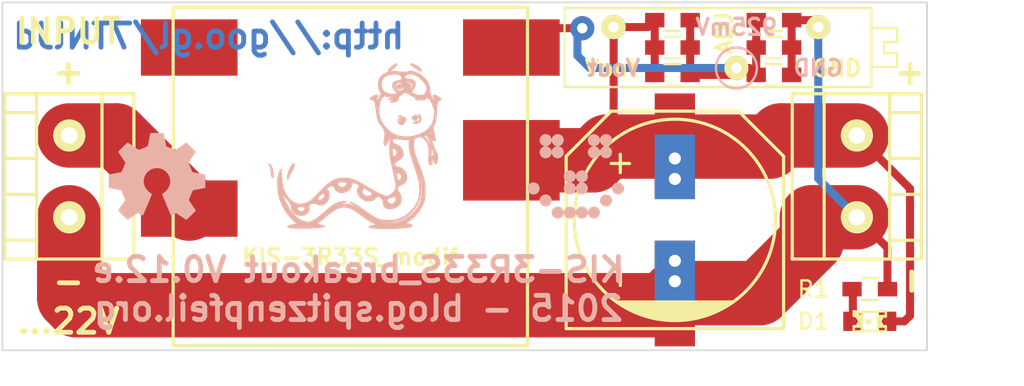
<source format=kicad_pcb>
(kicad_pcb (version 4) (host pcbnew "(2015-07-20 BZR 5967, Git 8482637)-product")

  (general
    (links 25)
    (no_connects 0)
    (area 128.349999 89.149999 185.850001 110.850001)
    (thickness 1.6)
    (drawings 17)
    (tracks 56)
    (zones 0)
    (modules 16)
    (nets 6)
  )

  (page A4)
  (title_block
    (title KIS-3R33S_breakout)
    (date "Sun 03 May 2015")
    (rev 0.12.d)
    (company "2015 - blog.spitzenpfeil.org")
  )

  (layers
    (0 F.Cu signal)
    (31 B.Cu signal)
    (32 B.Adhes user)
    (33 F.Adhes user)
    (34 B.Paste user)
    (35 F.Paste user)
    (36 B.SilkS user)
    (37 F.SilkS user)
    (38 B.Mask user)
    (39 F.Mask user)
    (40 Dwgs.User user)
    (41 Cmts.User user)
    (42 Eco1.User user)
    (43 Eco2.User user)
    (44 Edge.Cuts user)
    (45 Margin user)
    (46 B.CrtYd user)
    (47 F.CrtYd user)
    (48 B.Fab user)
    (49 F.Fab user)
  )

  (setup
    (last_trace_width 0.5)
    (user_trace_width 0.5)
    (trace_clearance 0.2)
    (zone_clearance 0.508)
    (zone_45_only no)
    (trace_min 0.2)
    (segment_width 0.2)
    (edge_width 0.1)
    (via_size 1.5)
    (via_drill 0.65)
    (via_min_size 0.4)
    (via_min_drill 0.3)
    (uvia_size 0.3)
    (uvia_drill 0.1)
    (uvias_allowed no)
    (uvia_min_size 0.2)
    (uvia_min_drill 0.1)
    (pcb_text_width 0.3)
    (pcb_text_size 1.5 1.5)
    (mod_edge_width 0.15)
    (mod_text_size 1 1)
    (mod_text_width 0.15)
    (pad_size 2 2)
    (pad_drill 1.016)
    (pad_to_mask_clearance 0)
    (aux_axis_origin 0 0)
    (visible_elements FFFFF77F)
    (pcbplotparams
      (layerselection 0x010f0_80000001)
      (usegerberextensions true)
      (usegerberattributes true)
      (excludeedgelayer true)
      (linewidth 0.100000)
      (plotframeref false)
      (viasonmask false)
      (mode 1)
      (useauxorigin false)
      (hpglpennumber 1)
      (hpglpenspeed 20)
      (hpglpendiameter 15)
      (hpglpenoverlay 2)
      (psnegative false)
      (psa4output false)
      (plotreference true)
      (plotvalue true)
      (plotinvisibletext false)
      (padsonsilk false)
      (subtractmaskfromsilk true)
      (outputformat 1)
      (mirror false)
      (drillshape 0)
      (scaleselection 1)
      (outputdirectory gerber_files/))
  )

  (net 0 "")
  (net 1 /Vout)
  (net 2 "Net-(D1-Pad1)")
  (net 3 /Vin)
  (net 4 GND)
  (net 5 /ADJ)

  (net_class Default "This is the default net class."
    (clearance 0.2)
    (trace_width 0.5)
    (via_dia 1.5)
    (via_drill 0.65)
    (uvia_dia 0.3)
    (uvia_drill 0.1)
    (add_net /ADJ)
    (add_net "Net-(D1-Pad1)")
  )

  (net_class power ""
    (clearance 0.2)
    (trace_width 4)
    (via_dia 1.5)
    (via_drill 0.65)
    (uvia_dia 0.3)
    (uvia_drill 0.1)
    (add_net /Vin)
    (add_net /Vout)
    (add_net GND)
  )

  (module Capacitors:c_elec_SMD_12.5x13.5 (layer F.Cu) (tedit 55B0E663) (tstamp 55453D51)
    (at 170.15 102.7 90)
    (descr "SMT capacitor, aluminium electrolytic, 12.5x13.5")
    (path /554514B5)
    (fp_text reference C1 (at 0 -8 90) (layer F.SilkS) hide
      (effects (font (size 1 1) (thickness 0.2)))
    )
    (fp_text value "1mF, 25V" (at 0 8 90) (layer F.Fab)
      (effects (font (size 1 1) (thickness 0.2)))
    )
    (fp_text user - (at -3.5 -3.5 90) (layer F.SilkS)
      (effects (font (size 1.5 1.5) (thickness 0.2)))
    )
    (fp_text user + (at 3.5 -3.5 90) (layer F.SilkS)
      (effects (font (size 1.5 1.5) (thickness 0.2)))
    )
    (fp_line (start 3.95 -6.75) (end 6.75 -3.95) (layer F.SilkS) (width 0.2))
    (fp_line (start 6.75 3.95) (end 3.95 6.75) (layer F.SilkS) (width 0.2))
    (fp_line (start -6.15 1.1) (end -6.15 -1.1) (layer F.SilkS) (width 0.2))
    (fp_line (start -6.1 1.35) (end -6.1 -1.35) (layer F.SilkS) (width 0.2))
    (fp_line (start -6 -1.7) (end -6 1.7) (layer F.SilkS) (width 0.2))
    (fp_line (start -5.9 2.05) (end -5.9 -2.05) (layer F.SilkS) (width 0.2))
    (fp_line (start -5.8 -2.3) (end -5.8 2.3) (layer F.SilkS) (width 0.2))
    (fp_line (start -5.7 2.55) (end -5.7 -2.55) (layer F.SilkS) (width 0.2))
    (fp_line (start -5.6 2.75) (end -5.6 -2.75) (layer F.SilkS) (width 0.2))
    (fp_line (start -5.5 -2.95) (end -5.5 2.95) (layer F.SilkS) (width 0.2))
    (fp_line (start -5.4 3.1) (end -5.4 -3.1) (layer F.SilkS) (width 0.2))
    (fp_line (start -5.3 -3.3) (end -5.3 3.3) (layer F.SilkS) (width 0.2))
    (fp_line (start -5.2 -3.45) (end -5.2 3.45) (layer F.SilkS) (width 0.2))
    (fp_line (start -5.1 -3.6) (end -5.1 3.6) (layer F.SilkS) (width 0.2))
    (fp_line (start -2.2 -0.45) (end -7.45 -0.45) (layer Dwgs.User) (width 0.2))
    (fp_line (start -2.2 0.45) (end -2.2 -0.45) (layer Dwgs.User) (width 0.2))
    (fp_line (start -7.45 0.45) (end -2.2 0.45) (layer Dwgs.User) (width 0.2))
    (fp_line (start -7.45 -0.45) (end -7.45 0.45) (layer Dwgs.User) (width 0.2))
    (fp_line (start 2.2 0.45) (end 2.2 -0.45) (layer Dwgs.User) (width 0.2))
    (fp_line (start 7.45 0.45) (end 2.2 0.45) (layer Dwgs.User) (width 0.2))
    (fp_line (start 7.45 -0.45) (end 7.45 0.45) (layer Dwgs.User) (width 0.2))
    (fp_line (start 2.2 -0.45) (end 7.45 -0.45) (layer Dwgs.User) (width 0.2))
    (fp_line (start -6.75 6.75) (end -6.75 -6.75) (layer F.SilkS) (width 0.2))
    (fp_line (start 3.95 6.75) (end -6.75 6.75) (layer F.SilkS) (width 0.2))
    (fp_line (start 6.75 -3.95) (end 6.75 3.95) (layer F.SilkS) (width 0.2))
    (fp_line (start -6.75 -6.75) (end 3.95 -6.75) (layer F.SilkS) (width 0.2))
    (fp_circle (center 0 0) (end 6.25 0) (layer F.SilkS) (width 0.2))
    (pad 1 smd rect (at 4.7 0 90) (size 6.3 2.5) (layers F.Cu F.Paste F.Mask)
      (net 1 /Vout))
    (pad 2 smd rect (at -4.7 0 90) (size 6.3 2.5) (layers F.Cu F.Paste F.Mask)
      (net 4 GND))
    (pad 1 thru_hole rect (at 2.54 0 90) (size 2.5 2.5) (drill 0.75) (layers *.Cu *.Mask)
      (net 1 /Vout))
    (pad 2 thru_hole rect (at -2.54 0 90) (size 2.5 2.5) (drill 0.75) (layers *.Cu *.Mask)
      (net 4 GND))
    (pad 1 thru_hole rect (at 3.81 0 90) (size 3 2.5) (drill 0.75) (layers *.Cu *.Mask)
      (net 1 /Vout))
    (pad 2 thru_hole rect (at -3.81 0 90) (size 3 2.5) (drill 0.75) (layers *.Cu *.Mask)
      (net 4 GND))
  )

  (module LOGO (layer B.Cu) (tedit 0) (tstamp 55463F60)
    (at 150.5 97.8 180)
    (fp_text reference G*** (at 0 0 180) (layer B.SilkS) hide
      (effects (font (thickness 0.3)) (justify mirror))
    )
    (fp_text value LOGO (at 0.75 0 180) (layer B.SilkS) hide
      (effects (font (thickness 0.3)) (justify mirror))
    )
    (fp_poly (pts (xy 4.991938 -2.534373) (xy 4.989707 -2.648042) (xy 4.986428 -2.757094) (xy 4.979092 -2.920934)
      (xy 4.968318 -3.071238) (xy 4.954963 -3.198305) (xy 4.939884 -3.292433) (xy 4.93864 -3.298199)
      (xy 4.842794 -3.639305) (xy 4.710339 -3.967942) (xy 4.544361 -4.278887) (xy 4.52666 -4.304844)
      (xy 4.52666 -3.99453) (xy 4.523091 -3.988194) (xy 4.501407 -4.014189) (xy 4.465454 -4.067391)
      (xy 4.433902 -4.118007) (xy 4.380284 -4.204664) (xy 4.330203 -4.280986) (xy 4.277525 -4.355215)
      (xy 4.21612 -4.435593) (xy 4.139855 -4.530361) (xy 4.042599 -4.647763) (xy 4.016998 -4.678376)
      (xy 3.950283 -4.758716) (xy 3.910146 -4.809235) (xy 3.894809 -4.832994) (xy 3.902493 -4.833052)
      (xy 3.93142 -4.812467) (xy 3.945298 -4.801687) (xy 3.99802 -4.753829) (xy 4.066656 -4.682465)
      (xy 4.140865 -4.598671) (xy 4.188487 -4.541174) (xy 4.274399 -4.428182) (xy 4.356242 -4.309643)
      (xy 4.428406 -4.194627) (xy 4.485283 -4.092199) (xy 4.521262 -4.011428) (xy 4.52666 -3.99453)
      (xy 4.52666 -4.304844) (xy 4.347944 -4.566916) (xy 4.124171 -4.826805) (xy 3.927181 -5.01124)
      (xy 3.847539 -5.081969) (xy 3.797925 -5.133592) (xy 3.78057 -5.163654) (xy 3.783595 -5.169349)
      (xy 3.814996 -5.178641) (xy 3.879076 -5.192524) (xy 3.965613 -5.208907) (xy 4.037949 -5.221385)
      (xy 4.179373 -5.246664) (xy 4.279578 -5.269345) (xy 4.340602 -5.290562) (xy 4.364486 -5.311447)
      (xy 4.353268 -5.333132) (xy 4.308986 -5.356751) (xy 4.293034 -5.363073) (xy 4.246009 -5.37259)
      (xy 4.16223 -5.380987) (xy 4.048353 -5.388158) (xy 3.911031 -5.393998) (xy 3.756919 -5.398402)
      (xy 3.64718 -5.400314) (xy 3.64718 -5.004017) (xy 3.636325 -4.993163) (xy 3.62547 -5.004017)
      (xy 3.636325 -5.014872) (xy 3.64718 -5.004017) (xy 3.64718 -5.400314) (xy 3.592671 -5.401264)
      (xy 3.42494 -5.402479) (xy 3.377779 -5.402325) (xy 3.377779 -5.10907) (xy 3.364957 -5.104761)
      (xy 3.318495 -5.11309) (xy 3.288974 -5.123419) (xy 3.265298 -5.137768) (xy 3.27812 -5.142077)
      (xy 3.324582 -5.133748) (xy 3.354103 -5.123419) (xy 3.377779 -5.10907) (xy 3.377779 -5.402325)
      (xy 3.260382 -5.401943) (xy 3.10565 -5.399549) (xy 2.967398 -5.395193) (xy 2.85228 -5.388769)
      (xy 2.822222 -5.386332) (xy 2.632599 -5.36862) (xy 2.467865 -5.351582) (xy 2.331553 -5.335671)
      (xy 2.227199 -5.321338) (xy 2.158336 -5.309036) (xy 2.128498 -5.299216) (xy 2.127521 -5.297488)
      (xy 2.1471 -5.286525) (xy 2.198426 -5.271823) (xy 2.270314 -5.256579) (xy 2.386237 -5.230947)
      (xy 2.481138 -5.201569) (xy 2.548359 -5.171065) (xy 2.581238 -5.142051) (xy 2.583419 -5.133492)
      (xy 2.566767 -5.100859) (xy 2.527245 -5.061405) (xy 2.480507 -5.028342) (xy 2.442868 -5.014872)
      (xy 2.418865 -5.001397) (xy 2.367572 -4.963877) (xy 2.294542 -4.906668) (xy 2.205327 -4.834126)
      (xy 2.105479 -4.750608) (xy 2.098149 -4.74439) (xy 1.916997 -4.592948) (xy 1.761387 -4.468703)
      (xy 1.626001 -4.368309) (xy 1.505522 -4.288423) (xy 1.394632 -4.225698) (xy 1.288012 -4.176791)
      (xy 1.180346 -4.138354) (xy 1.097191 -4.114769) (xy 0.973791 -4.089565) (xy 0.85468 -4.080646)
      (xy 0.735546 -4.089712) (xy 0.612076 -4.118462) (xy 0.479957 -4.168597) (xy 0.334878 -4.241816)
      (xy 0.172526 -4.33982) (xy -0.011412 -4.464308) (xy -0.221247 -4.61698) (xy -0.270542 -4.653937)
      (xy -0.439019 -4.778014) (xy -0.583406 -4.877642) (xy -0.711634 -4.957695) (xy -0.831634 -5.023047)
      (xy -0.951338 -5.078572) (xy -0.983431 -5.092017) (xy -1.060594 -5.125678) (xy -1.119465 -5.155112)
      (xy -1.150635 -5.175464) (xy -1.153262 -5.179626) (xy -1.133004 -5.20042) (xy -1.074431 -5.224143)
      (xy -0.982413 -5.249242) (xy -0.861822 -5.274161) (xy -0.850677 -5.276173) (xy -0.750247 -5.297301)
      (xy -0.692528 -5.317209) (xy -0.677632 -5.335955) (xy -0.70567 -5.353601) (xy -0.776757 -5.370204)
      (xy -0.891003 -5.385825) (xy -1.048521 -5.400524) (xy -1.091628 -5.403835) (xy -1.283043 -5.414536)
      (xy -1.50411 -5.421065) (xy -1.743017 -5.423512) (xy -1.987952 -5.421969) (xy -2.227103 -5.416527)
      (xy -2.448657 -5.407276) (xy -2.640803 -5.394307) (xy -2.670256 -5.391687) (xy -2.855916 -5.373641)
      (xy -3.002607 -5.35737) (xy -3.114707 -5.342149) (xy -3.196593 -5.32725) (xy -3.252643 -5.311945)
      (xy -3.287236 -5.295509) (xy -3.29689 -5.287628) (xy -3.316168 -5.251538) (xy -3.295185 -5.221114)
      (xy -3.233022 -5.195816) (xy -3.128759 -5.175108) (xy -3.097181 -5.170737) (xy -3.004138 -5.158327)
      (xy -2.943796 -5.146561) (xy -2.916759 -5.131178) (xy -2.923628 -5.107918) (xy -2.965008 -5.072519)
      (xy -3.041501 -5.02072) (xy -3.126154 -4.966047) (xy -3.294476 -4.840906) (xy -3.462706 -4.685411)
      (xy -3.623509 -4.508579) (xy -3.769548 -4.319428) (xy -3.893489 -4.126976) (xy -3.987998 -3.940242)
      (xy -4.014019 -3.874456) (xy -4.055439 -3.751047) (xy -4.085806 -3.635994) (xy -4.10668 -3.51851)
      (xy -4.119625 -3.387805) (xy -4.126201 -3.233092) (xy -4.127918 -3.087695) (xy -4.126346 -2.935578)
      (xy -4.119713 -2.79512) (xy -4.10662 -2.660674) (xy -4.085671 -2.526594) (xy -4.055467 -2.38723)
      (xy -4.01461 -2.236936) (xy -3.961701 -2.070065) (xy -3.895344 -1.880968) (xy -3.81414 -1.663998)
      (xy -3.716691 -1.413507) (xy -3.708104 -1.39173) (xy -3.630433 -1.190603) (xy -3.563922 -1.00955)
      (xy -3.510287 -0.853547) (xy -3.471246 -0.727572) (xy -3.449751 -0.642756) (xy -3.424972 -0.488189)
      (xy -3.412008 -0.329372) (xy -3.411059 -0.178538) (xy -3.422324 -0.047919) (xy -3.438777 0.028984)
      (xy -3.469177 0.129997) (xy -3.41164 0.116093) (xy -3.331045 0.094209) (xy -3.285287 0.07316)
      (xy -3.266338 0.046859) (xy -3.266171 0.009218) (xy -3.266637 0.006118) (xy -3.271247 -0.03864)
      (xy -3.276852 -0.115951) (xy -3.282746 -0.214984) (xy -3.288221 -0.324905) (xy -3.288255 -0.325641)
      (xy -3.301918 -0.513675) (xy -3.324779 -0.692854) (xy -3.355206 -0.854407) (xy -3.391567 -0.989566)
      (xy -3.42933 -1.08399) (xy -3.458607 -1.147187) (xy -3.499247 -1.242948) (xy -3.54802 -1.362945)
      (xy -3.601694 -1.498847) (xy -3.657039 -1.642328) (xy -3.710824 -1.785058) (xy -3.759817 -1.918708)
      (xy -3.800788 -2.03495) (xy -3.817308 -2.084103) (xy -3.915594 -2.428461) (xy -3.976656 -2.751691)
      (xy -4.000174 -3.055544) (xy -3.985826 -3.341771) (xy -3.933292 -3.612123) (xy -3.842249 -3.868351)
      (xy -3.712377 -4.112207) (xy -3.543354 -4.345441) (xy -3.36697 -4.53833) (xy -3.142708 -4.733449)
      (xy -2.9008 -4.891055) (xy -2.644252 -5.009568) (xy -2.376067 -5.087407) (xy -2.294712 -5.102443)
      (xy -2.160151 -5.116434) (xy -1.99798 -5.12139) (xy -1.821988 -5.117926) (xy -1.645965 -5.106657)
      (xy -1.483701 -5.088196) (xy -1.348985 -5.063159) (xy -1.335128 -5.05969) (xy -1.133087 -4.991169)
      (xy -0.910484 -4.885036) (xy -0.667124 -4.741188) (xy -0.402816 -4.559521) (xy -0.401624 -4.558651)
      (xy -0.201112 -4.412995) (xy -0.030754 -4.291553) (xy 0.113777 -4.192149) (xy 0.236809 -4.112611)
      (xy 0.342667 -4.050763) (xy 0.435679 -4.004431) (xy 0.520171 -3.971441) (xy 0.600471 -3.949618)
      (xy 0.680904 -3.936789) (xy 0.765799 -3.930778) (xy 0.850553 -3.929402) (xy 0.978182 -3.933854)
      (xy 1.085519 -3.949487) (xy 1.194993 -3.979716) (xy 1.206874 -3.983657) (xy 1.289634 -4.014346)
      (xy 1.371778 -4.051694) (xy 1.457975 -4.098843) (xy 1.552893 -4.158935) (xy 1.661202 -4.235113)
      (xy 1.787568 -4.330521) (xy 1.936662 -4.448299) (xy 2.113152 -4.591591) (xy 2.127521 -4.603371)
      (xy 2.293442 -4.736243) (xy 2.442432 -4.849073) (xy 2.570422 -4.938939) (xy 2.673344 -5.002921)
      (xy 2.713675 -5.024074) (xy 2.789658 -5.060439) (xy 2.735385 -5.014147) (xy 2.492577 -4.807842)
      (xy 2.278721 -4.628287) (xy 2.090411 -4.473282) (xy 1.924239 -4.340629) (xy 1.776799 -4.228128)
      (xy 1.644684 -4.133579) (xy 1.524488 -4.054783) (xy 1.412802 -3.989541) (xy 1.306222 -3.935653)
      (xy 1.201339 -3.890919) (xy 1.094747 -3.85314) (xy 0.983039 -3.820117) (xy 0.862808 -3.789651)
      (xy 0.824957 -3.78077) (xy 0.776135 -3.769067) (xy 0.761414 -3.763548) (xy 0.783595 -3.76354)
      (xy 0.845481 -3.768369) (xy 0.868376 -3.77033) (xy 1.001454 -3.788173) (xy 1.144427 -3.817852)
      (xy 1.280892 -3.85529) (xy 1.394445 -3.896409) (xy 1.417223 -3.906735) (xy 1.494941 -3.95207)
      (xy 1.602748 -4.027918) (xy 1.740196 -4.133926) (xy 1.906833 -4.269745) (xy 2.10221 -4.435023)
      (xy 2.173023 -4.496063) (xy 2.331268 -4.630615) (xy 2.465617 -4.738947) (xy 2.582677 -4.825736)
      (xy 2.689057 -4.895659) (xy 2.791365 -4.953395) (xy 2.879543 -4.996147) (xy 2.963005 -5.031722)
      (xy 3.027251 -5.050593) (xy 3.091464 -5.056324) (xy 3.174826 -5.052479) (xy 3.180427 -5.052055)
      (xy 3.384894 -5.015097) (xy 3.58434 -4.935805) (xy 3.779094 -4.813962) (xy 3.969485 -4.649349)
      (xy 4.155842 -4.44175) (xy 4.211266 -4.370719) (xy 4.269261 -4.284923) (xy 4.338215 -4.16845)
      (xy 4.413221 -4.031038) (xy 4.489372 -3.882427) (xy 4.561762 -3.732354) (xy 4.625483 -3.59056)
      (xy 4.675628 -3.466782) (xy 4.696141 -3.408376) (xy 4.722843 -3.321778) (xy 4.744862 -3.24303)
      (xy 4.760736 -3.178744) (xy 4.769002 -3.135529) (xy 4.768197 -3.119995) (xy 4.756858 -3.138754)
      (xy 4.754766 -3.143516) (xy 4.718614 -3.211001) (xy 4.658413 -3.300194) (xy 4.572147 -3.413846)
      (xy 4.4578 -3.554706) (xy 4.420102 -3.599843) (xy 4.328679 -3.710443) (xy 4.261771 -3.797228)
      (xy 4.214804 -3.868617) (xy 4.183204 -3.933028) (xy 4.162398 -3.998879) (xy 4.147812 -4.074591)
      (xy 4.142523 -4.110759) (xy 4.122229 -4.225244) (xy 4.09448 -4.310189) (xy 4.053321 -4.379446)
      (xy 4.001973 -4.437715) (xy 3.883247 -4.527182) (xy 3.820074 -4.551193) (xy 3.820074 -4.18338)
      (xy 3.812091 -4.137794) (xy 3.779053 -4.107038) (xy 3.745569 -4.091115) (xy 3.6479 -4.066575)
      (xy 3.533356 -4.061396) (xy 3.423925 -4.075579) (xy 3.375115 -4.091115) (xy 3.324472 -4.117929)
      (xy 3.303536 -4.152224) (xy 3.299829 -4.200698) (xy 3.319186 -4.281256) (xy 3.371479 -4.345008)
      (xy 3.448039 -4.387569) (xy 3.540196 -4.404554) (xy 3.639282 -4.391577) (xy 3.662048 -4.383928)
      (xy 3.733779 -4.339671) (xy 3.789791 -4.273895) (xy 3.81851 -4.201291) (xy 3.820074 -4.18338)
      (xy 3.820074 -4.551193) (xy 3.738752 -4.582104) (xy 3.569517 -4.6021) (xy 3.558329 -4.602181)
      (xy 3.410975 -4.589643) (xy 3.291254 -4.549193) (xy 3.190809 -4.47721) (xy 3.138716 -4.420359)
      (xy 3.105173 -4.376085) (xy 3.085769 -4.337295) (xy 3.077261 -4.290369) (xy 3.076407 -4.221686)
      (xy 3.07816 -4.165987) (xy 3.080171 -4.07786) (xy 3.076669 -4.021056) (xy 3.065176 -3.983583)
      (xy 3.043217 -3.953453) (xy 3.03181 -3.941631) (xy 2.943269 -3.882331) (xy 2.832941 -3.853887)
      (xy 2.70996 -3.856672) (xy 2.583463 -3.891064) (xy 2.539919 -3.911682) (xy 2.539919 -3.58333)
      (xy 2.521661 -3.520977) (xy 2.473556 -3.449825) (xy 2.405209 -3.379198) (xy 2.326226 -3.318424)
      (xy 2.246213 -3.276829) (xy 2.214375 -3.267269) (xy 2.152878 -3.265021) (xy 2.107085 -3.277439)
      (xy 2.071215 -3.317704) (xy 2.064607 -3.377615) (xy 2.083025 -3.449188) (xy 2.122237 -3.524442)
      (xy 2.178008 -3.595393) (xy 2.246105 -3.65406) (xy 2.322294 -3.692459) (xy 2.328178 -3.694288)
      (xy 2.403617 -3.701532) (xy 2.473357 -3.6833) (xy 2.512863 -3.652697) (xy 2.535704 -3.607047)
      (xy 2.539919 -3.58333) (xy 2.539919 -3.911682) (xy 2.520984 -3.920649) (xy 2.400335 -3.964142)
      (xy 2.277034 -3.965813) (xy 2.155331 -3.926706) (xy 2.039476 -3.847866) (xy 1.97945 -3.787563)
      (xy 1.896335 -3.664722) (xy 1.845767 -3.527584) (xy 1.827978 -3.384756) (xy 1.843203 -3.244844)
      (xy 1.891673 -3.116455) (xy 1.958764 -3.023262) (xy 1.988984 -2.987432) (xy 1.989963 -2.962523)
      (xy 1.962844 -2.928479) (xy 1.906839 -2.879959) (xy 1.830797 -2.830933) (xy 1.749364 -2.789237)
      (xy 1.677185 -2.762704) (xy 1.642817 -2.757298) (xy 1.579111 -2.775839) (xy 1.515333 -2.823896)
      (xy 1.464319 -2.889529) (xy 1.441871 -2.94427) (xy 1.400155 -3.030985) (xy 1.324921 -3.10124)
      (xy 1.318078 -3.104693) (xy 1.318078 -2.682257) (xy 1.306154 -2.619001) (xy 1.256885 -2.566545)
      (xy 1.237436 -2.555232) (xy 1.168083 -2.533034) (xy 1.075933 -2.521255) (xy 0.974048 -2.519493)
      (xy 0.875489 -2.527347) (xy 0.793317 -2.544416) (xy 0.740592 -2.570299) (xy 0.740368 -2.570502)
      (xy 0.701576 -2.62553) (xy 0.702311 -2.688068) (xy 0.741128 -2.761319) (xy 0.821927 -2.843285)
      (xy 0.919775 -2.893554) (xy 1.024763 -2.90926) (xy 1.12698 -2.887538) (xy 1.146249 -2.878434)
      (xy 1.236478 -2.817814) (xy 1.294303 -2.750475) (xy 1.318078 -2.682257) (xy 1.318078 -3.104693)
      (xy 1.223865 -3.152236) (xy 1.104684 -3.181172) (xy 0.975074 -3.185248) (xy 0.843654 -3.161932)
      (xy 0.695421 -3.099356) (xy 0.574472 -3.007961) (xy 0.484902 -2.892268) (xy 0.43081 -2.756793)
      (xy 0.41955 -2.69419) (xy 0.409799 -2.628873) (xy 0.396137 -2.596002) (xy 0.371693 -2.584707)
      (xy 0.349754 -2.583758) (xy 0.275514 -2.591265) (xy 0.184118 -2.610084) (xy 0.092555 -2.635737)
      (xy 0.017813 -2.663747) (xy -0.010019 -2.678568) (xy -0.055114 -2.730551) (xy -0.062303 -2.800265)
      (xy -0.031574 -2.884244) (xy -0.010855 -2.91785) (xy 0.033663 -3.019756) (xy 0.041392 -3.133069)
      (xy 0.015206 -3.251527) (xy -0.042022 -3.368869) (xy -0.127417 -3.478834) (xy -0.221686 -3.560872)
      (xy -0.221686 -3.136039) (xy -0.232125 -3.040426) (xy -0.247635 -2.99981) (xy -0.296328 -2.937522)
      (xy -0.357704 -2.916106) (xy -0.433162 -2.935327) (xy -0.478189 -2.961142) (xy -0.52888 -2.998141)
      (xy -0.559895 -3.027433) (xy -0.564444 -3.036188) (xy -0.583165 -3.052963) (xy -0.630027 -3.073293)
      (xy -0.650304 -3.079877) (xy -0.755897 -3.125574) (xy -0.827908 -3.187174) (xy -0.863252 -3.260517)
      (xy -0.858842 -3.341447) (xy -0.854272 -3.354741) (xy -0.817014 -3.396544) (xy -0.748674 -3.427412)
      (xy -0.660538 -3.445902) (xy -0.563892 -3.450572) (xy -0.470022 -3.439981) (xy -0.392312 -3.41377)
      (xy -0.329987 -3.372234) (xy -0.278881 -3.322453) (xy -0.275951 -3.318591) (xy -0.236873 -3.235271)
      (xy -0.221686 -3.136039) (xy -0.221686 -3.560872) (xy -0.238106 -3.575162) (xy -0.341044 -3.637251)
      (xy -0.415704 -3.671159) (xy -0.482568 -3.690485) (xy -0.55991 -3.699108) (xy -0.640878 -3.700904)
      (xy -0.740543 -3.698541) (xy -0.81378 -3.688545) (xy -0.877356 -3.667676) (xy -0.921628 -3.646649)
      (xy -0.992431 -3.601378) (xy -1.047842 -3.549962) (xy -1.063987 -3.527247) (xy -1.10688 -3.471223)
      (xy -1.156565 -3.430624) (xy -1.194661 -3.413266) (xy -1.230168 -3.412874) (xy -1.279543 -3.431118)
      (xy -1.311734 -3.446369) (xy -1.419081 -3.521423) (xy -1.503645 -3.626398) (xy -1.559606 -3.751246)
      (xy -1.581141 -3.885919) (xy -1.580893 -3.910946) (xy -1.598015 -4.003766) (xy -1.652425 -4.086759)
      (xy -1.738001 -4.151034) (xy -1.750412 -4.157227) (xy -1.764365 -4.16228) (xy -1.764365 -3.720878)
      (xy -1.772254 -3.645792) (xy -1.776391 -3.635951) (xy -1.81873 -3.586035) (xy -1.893531 -3.538178)
      (xy -1.989924 -3.497175) (xy -2.097038 -3.46782) (xy -2.184756 -3.455837) (xy -2.317973 -3.447051)
      (xy -2.344213 -3.526559) (xy -2.357314 -3.63105) (xy -2.331841 -3.733635) (xy -2.27205 -3.825295)
      (xy -2.182202 -3.897012) (xy -2.164982 -3.906204) (xy -2.087293 -3.9359) (xy -2.018156 -3.937258)
      (xy -1.944415 -3.908417) (xy -1.877863 -3.865632) (xy -1.799506 -3.794016) (xy -1.764365 -3.720878)
      (xy -1.764365 -4.16228) (xy -1.806742 -4.177627) (xy -1.87387 -4.18719) (xy -1.965405 -4.187427)
      (xy -2.005925 -4.185575) (xy -2.179048 -4.160595) (xy -2.331954 -4.107262) (xy -2.371667 -4.082856)
      (xy -2.371667 -2.135934) (xy -2.384868 -2.039623) (xy -2.386414 -2.034738) (xy -2.41865 -1.968269)
      (xy -2.459933 -1.940899) (xy -2.512197 -1.952924) (xy -2.577373 -2.004637) (xy -2.638913 -2.07332)
      (xy -2.685806 -2.135976) (xy -2.706862 -2.182505) (xy -2.707752 -2.226653) (xy -2.706076 -2.236073)
      (xy -2.664329 -2.342283) (xy -2.590111 -2.428931) (xy -2.554376 -2.454448) (xy -2.493062 -2.481136)
      (xy -2.450154 -2.471062) (xy -2.419376 -2.421492) (xy -2.409432 -2.391302) (xy -2.380106 -2.257044)
      (xy -2.371667 -2.135934) (xy -2.371667 -4.082856) (xy -2.459749 -4.028726) (xy -2.557535 -3.928138)
      (xy -2.620419 -3.808648) (xy -2.62763 -3.785461) (xy -2.646263 -3.646069) (xy -2.631768 -3.494468)
      (xy -2.587207 -3.342438) (xy -2.515645 -3.201753) (xy -2.454565 -3.120214) (xy -2.411605 -3.065414)
      (xy -2.394953 -3.022196) (xy -2.398335 -2.973447) (xy -2.39919 -2.969238) (xy -2.4206 -2.897934)
      (xy -2.456218 -2.841037) (xy -2.513903 -2.79063) (xy -2.601514 -2.738794) (xy -2.654387 -2.712114)
      (xy -2.777924 -2.647191) (xy -2.865912 -2.586768) (xy -2.924222 -2.522333) (xy -2.958728 -2.445369)
      (xy -2.975302 -2.347365) (xy -2.979683 -2.240484) (xy -2.971894 -2.114265) (xy -2.941774 -2.009187)
      (xy -2.883455 -1.910771) (xy -2.811881 -1.826385) (xy -2.68095 -1.717403) (xy -2.527377 -1.644726)
      (xy -2.381262 -1.612851) (xy -2.303179 -1.599671) (xy -2.259213 -1.577559) (xy -2.240075 -1.538668)
      (xy -2.236401 -1.490444) (xy -2.245092 -1.428549) (xy -2.275132 -1.36914) (xy -2.331419 -1.306262)
      (xy -2.418852 -1.233964) (xy -2.489683 -1.182614) (xy -2.607749 -1.095434) (xy -2.69092 -1.020559)
      (xy -2.742813 -0.950244) (xy -2.767045 -0.876745) (xy -2.767232 -0.792315) (xy -2.746992 -0.68921)
      (xy -2.737221 -0.652555) (xy -2.702203 -0.54824) (xy -2.657388 -0.465295) (xy -2.595293 -0.395854)
      (xy -2.50844 -0.332052) (xy -2.389345 -0.266022) (xy -2.351858 -0.247362) (xy -2.237041 -0.187003)
      (xy -2.158606 -0.134082) (xy -2.111544 -0.082919) (xy -2.090844 -0.027838) (xy -2.091499 0.03684)
      (xy -2.092885 0.046208) (xy -2.098797 0.100823) (xy -2.090354 0.124953) (xy -2.064815 0.130256)
      (xy -2.032746 0.115182) (xy -2.007355 0.068439) (xy -1.988277 -0.012252) (xy -1.975144 -0.129172)
      (xy -1.967589 -0.284601) (xy -1.965245 -0.48082) (xy -1.965253 -0.488462) (xy -1.966007 -0.609273)
      (xy -1.968542 -0.716043) (xy -1.973813 -0.814971) (xy -1.982776 -0.912257) (xy -1.996388 -1.014101)
      (xy -2.015605 -1.126702) (xy -2.041384 -1.256261) (xy -2.074679 -1.408977) (xy -2.085295 -1.455251)
      (xy -2.085295 -0.598796) (xy -2.093004 -0.512532) (xy -2.109884 -0.45301) (xy -2.113312 -0.447116)
      (xy -2.15098 -0.410339) (xy -2.195584 -0.409066) (xy -2.250866 -0.444598) (xy -2.320565 -0.518232)
      (xy -2.321576 -0.519437) (xy -2.385856 -0.605615) (xy -2.417975 -0.677245) (xy -2.420834 -0.745387)
      (xy -2.399432 -0.816151) (xy -2.348742 -0.910258) (xy -2.291674 -0.971214) (xy -2.232927 -0.996792)
      (xy -2.177199 -0.984769) (xy -2.134576 -0.941607) (xy -2.111398 -0.883208) (xy -2.095072 -0.797618)
      (xy -2.086177 -0.698319) (xy -2.085295 -0.598796) (xy -2.085295 -1.455251) (xy -2.116449 -1.59105)
      (xy -2.167648 -1.80868) (xy -2.171179 -1.82359) (xy -2.226674 -2.060953) (xy -2.271385 -2.260808)
      (xy -2.305746 -2.427592) (xy -2.330189 -2.565742) (xy -2.345147 -2.679696) (xy -2.351052 -2.77389)
      (xy -2.348337 -2.852762) (xy -2.337435 -2.920748) (xy -2.318777 -2.982287) (xy -2.292798 -3.041814)
      (xy -2.290413 -3.046628) (xy -2.211996 -3.170365) (xy -2.112152 -3.277238) (xy -1.998632 -3.362205)
      (xy -1.879189 -3.420224) (xy -1.761575 -3.446252) (xy -1.68209 -3.4423) (xy -1.60519 -3.420093)
      (xy -1.497605 -3.377818) (xy -1.365423 -3.318487) (xy -1.214732 -3.245114) (xy -1.051621 -3.160714)
      (xy -0.88218 -3.0683) (xy -0.712496 -2.970886) (xy -0.629573 -2.921311) (xy -0.410395 -2.790222)
      (xy -0.221545 -2.681548) (xy -0.057876 -2.592672) (xy 0.085761 -2.520975) (xy 0.214512 -2.463839)
      (xy 0.333525 -2.418646) (xy 0.403713 -2.395771) (xy 0.490879 -2.370678) (xy 0.566647 -2.353811)
      (xy 0.643906 -2.343612) (xy 0.735543 -2.338523) (xy 0.854448 -2.336987) (xy 0.890086 -2.336975)
      (xy 1.033641 -2.340278) (xy 1.164881 -2.351343) (xy 1.287417 -2.372435) (xy 1.40486 -2.405815)
      (xy 1.520822 -2.453745) (xy 1.638913 -2.518489) (xy 1.762745 -2.602308) (xy 1.895928 -2.707466)
      (xy 2.042074 -2.836225) (xy 2.204794 -2.990846) (xy 2.387699 -3.173594) (xy 2.5944 -3.38673)
      (xy 2.637692 -3.431926) (xy 2.73714 -3.534805) (xy 2.815314 -3.611992) (xy 2.880146 -3.669926)
      (xy 2.939565 -3.715045) (xy 3.001502 -3.753788) (xy 3.073887 -3.792593) (xy 3.095248 -3.803412)
      (xy 3.303561 -3.890449) (xy 3.5015 -3.936135) (xy 3.691457 -3.94062) (xy 3.875823 -3.904054)
      (xy 3.991377 -3.859457) (xy 4.081731 -3.80429) (xy 4.18385 -3.719809) (xy 4.289187 -3.615075)
      (xy 4.389193 -3.499149) (xy 4.475319 -3.381089) (xy 4.529626 -3.288975) (xy 4.616042 -3.103067)
      (xy 4.683019 -2.916866) (xy 4.732777 -2.72085) (xy 4.767537 -2.505494) (xy 4.78952 -2.261276)
      (xy 4.795415 -2.149231) (xy 4.811033 -1.791026) (xy 4.848732 -1.873911) (xy 4.870952 -1.931611)
      (xy 4.899076 -2.01716) (xy 4.928534 -2.11627) (xy 4.94248 -2.166988) (xy 4.962864 -2.246042)
      (xy 4.977279 -2.312596) (xy 4.986448 -2.376362) (xy 4.991093 -2.44705) (xy 4.991938 -2.534373)
      (xy 4.991938 -2.534373)) (layer B.SilkS) (width 0.1))
    (fp_poly (pts (xy 0.427586 -3.848953) (xy 0.421358 -3.858065) (xy 0.385363 -3.884307) (xy 0.317062 -3.929988)
      (xy 0.249415 -3.974281) (xy 0.171482 -4.027175) (xy 0.069778 -4.099192) (xy -0.045224 -4.182758)
      (xy -0.163051 -4.270301) (xy -0.227949 -4.319449) (xy -0.44267 -4.480443) (xy -0.631155 -4.614351)
      (xy -0.798985 -4.723634) (xy -0.951739 -4.810751) (xy -1.094997 -4.878164) (xy -1.234338 -4.928333)
      (xy -1.375343 -4.963718) (xy -1.523592 -4.986779) (xy -1.684663 -4.999977) (xy -1.780171 -5.003906)
      (xy -1.902431 -5.005708) (xy -2.021949 -5.004206) (xy -2.125435 -4.999765) (xy -2.199601 -4.992752)
      (xy -2.202659 -4.992284) (xy -2.486498 -4.927805) (xy -2.746112 -4.827481) (xy -2.982572 -4.690758)
      (xy -3.196944 -4.51708) (xy -3.280158 -4.433509) (xy -3.484886 -4.187752) (xy -3.647377 -3.932425)
      (xy -3.767575 -3.667647) (xy -3.845423 -3.393538) (xy -3.877834 -3.159043) (xy -3.878955 -2.961286)
      (xy -3.855528 -2.729156) (xy -3.807836 -2.463894) (xy -3.736165 -2.166743) (xy -3.640802 -1.838946)
      (xy -3.522029 -1.481743) (xy -3.441624 -1.259146) (xy -3.422493 -1.201355) (xy -3.395951 -1.112777)
      (xy -3.365269 -1.004707) (xy -3.33372 -0.888441) (xy -3.328428 -0.868376) (xy -3.296139 -0.740143)
      (xy -3.273484 -0.633456) (xy -3.258318 -0.533174) (xy -3.248495 -0.424157) (xy -3.241871 -0.291264)
      (xy -3.240238 -0.246007) (xy -3.235142 -0.116934) (xy -3.229625 -0.0259) (xy -3.222995 0.032475)
      (xy -3.214558 0.063569) (xy -3.203621 0.072763) (xy -3.199285 0.071884) (xy -3.183483 0.044231)
      (xy -3.17353 -0.020216) (xy -3.169492 -0.115216) (xy -3.171434 -0.234532) (xy -3.179425 -0.371925)
      (xy -3.193004 -0.516454) (xy -3.201489 -0.58004) (xy -3.213876 -0.647958) (xy -3.231599 -0.725214)
      (xy -3.256092 -0.816815) (xy -3.288791 -0.927765) (xy -3.331128 -1.063071) (xy -3.384538 -1.227738)
      (xy -3.450456 -1.426773) (xy -3.474228 -1.497949) (xy -3.556178 -1.74477) (xy -3.624598 -1.955863)
      (xy -3.680668 -2.136351) (xy -3.725567 -2.291358) (xy -3.760476 -2.426006) (xy -3.786573 -2.54542)
      (xy -3.805038 -2.654723) (xy -3.81705 -2.759037) (xy -3.82379 -2.863487) (xy -3.826437 -2.973195)
      (xy -3.826601 -3.028462) (xy -3.822095 -3.216789) (xy -3.807934 -3.374327) (xy -3.781827 -3.513076)
      (xy -3.741483 -3.645037) (xy -3.684611 -3.782209) (xy -3.681349 -3.789296) (xy -3.575407 -3.985035)
      (xy -3.442598 -4.177202) (xy -3.290941 -4.356531) (xy -3.128456 -4.513756) (xy -2.963162 -4.639613)
      (xy -2.924431 -4.663842) (xy -2.688281 -4.787989) (xy -2.452076 -4.875891) (xy -2.205787 -4.93023)
      (xy -1.939385 -4.953684) (xy -1.834444 -4.955074) (xy -1.677015 -4.950617) (xy -1.53295 -4.937166)
      (xy -1.396888 -4.91242) (xy -1.263471 -4.87408) (xy -1.127338 -4.819844) (xy -0.983131 -4.747411)
      (xy -0.82549 -4.654482) (xy -0.649056 -4.538754) (xy -0.448469 -4.397928) (xy -0.321144 -4.305451)
      (xy -0.135766 -4.172965) (xy 0.032181 -4.059732) (xy 0.178559 -3.968379) (xy 0.299229 -3.901529)
      (xy 0.360895 -3.872883) (xy 0.406585 -3.854663) (xy 0.427586 -3.848953) (xy 0.427586 -3.848953)) (layer B.SilkS) (width 0.1))
    (fp_poly (pts (xy 0.477607 -3.83171) (xy 0.466752 -3.842564) (xy 0.455897 -3.83171) (xy 0.466752 -3.820855)
      (xy 0.477607 -3.83171) (xy 0.477607 -3.83171)) (layer B.SilkS) (width 0.1))
    (fp_poly (pts (xy 4.384096 -2.284644) (xy 4.377182 -2.338117) (xy 4.366324 -2.353781) (xy 4.347164 -2.349221)
      (xy 4.34188 -2.316062) (xy 4.327133 -2.227541) (xy 4.284586 -2.114183) (xy 4.216779 -1.982211)
      (xy 4.180906 -1.921962) (xy 4.105404 -1.796659) (xy 4.05233 -1.699768) (xy 4.018729 -1.624473)
      (xy 4.001645 -1.563961) (xy 3.998124 -1.511416) (xy 3.998738 -1.501851) (xy 4.008259 -1.450067)
      (xy 4.023397 -1.423075) (xy 4.027094 -1.421966) (xy 4.054056 -1.44048) (xy 4.093692 -1.490576)
      (xy 4.141208 -1.564087) (xy 4.191809 -1.652847) (xy 4.240701 -1.748686) (xy 4.283091 -1.843439)
      (xy 4.299973 -1.886828) (xy 4.335313 -1.99658) (xy 4.361933 -2.105231) (xy 4.378603 -2.204134)
      (xy 4.384096 -2.284644) (xy 4.384096 -2.284644)) (layer B.SilkS) (width 0.1))
    (fp_poly (pts (xy 5.547391 -1.437214) (xy 5.54622 -1.462026) (xy 5.527121 -1.488117) (xy 5.487044 -1.535038)
      (xy 5.455994 -1.590213) (xy 5.431752 -1.661252) (xy 5.4121 -1.755766) (xy 5.394821 -1.881363)
      (xy 5.384348 -1.977973) (xy 5.371193 -2.096095) (xy 5.358864 -2.176996) (xy 5.345806 -2.226811)
      (xy 5.330467 -2.251671) (xy 5.31347 -2.257778) (xy 5.302644 -2.23667) (xy 5.298953 -2.174606)
      (xy 5.302503 -2.073477) (xy 5.302849 -2.067821) (xy 5.334927 -1.844883) (xy 5.37452 -1.710971)
      (xy 5.414227 -1.612367) (xy 5.455767 -1.529396) (xy 5.49498 -1.468647) (xy 5.527704 -1.43671)
      (xy 5.547391 -1.437214) (xy 5.547391 -1.437214)) (layer B.SilkS) (width 0.1))
    (fp_poly (pts (xy -0.746496 2.612152) (xy -0.749464 2.604336) (xy -0.777599 2.590952) (xy -0.831344 2.583793)
      (xy -0.84764 2.583418) (xy -0.905496 2.578344) (xy -0.944926 2.556032) (xy -0.98408 2.505852)
      (xy -0.986628 2.502008) (xy -1.030829 2.416836) (xy -1.067167 2.305053) (xy -1.096801 2.161765)
      (xy -1.120889 1.982075) (xy -1.12917 1.899572) (xy -1.147814 1.738717) (xy -1.172895 1.58101)
      (xy -1.202422 1.435955) (xy -1.234408 1.313053) (xy -1.262229 1.234841) (xy -1.262229 1.811842)
      (xy -1.26471 2.014087) (xy -1.285491 2.213375) (xy -1.324263 2.39927) (xy -1.380722 2.561339)
      (xy -1.406453 2.613957) (xy -1.461875 2.695878) (xy -1.527629 2.761722) (xy -1.594459 2.804187)
      (xy -1.653103 2.815965) (xy -1.660768 2.814598) (xy -1.704514 2.803149) (xy -1.773272 2.784382)
      (xy -1.834444 2.767328) (xy -1.922938 2.747894) (xy -2.020892 2.73871) (xy -2.142752 2.738667)
      (xy -2.186642 2.740293) (xy -2.293627 2.746283) (xy -2.372178 2.755618) (xy -2.437278 2.771763)
      (xy -2.50391 2.798181) (xy -2.566556 2.828133) (xy -2.65669 2.878638) (xy -2.744272 2.937457)
      (xy -2.811085 2.992297) (xy -2.813769 2.994928) (xy -2.845847 3.026769) (xy -2.845847 3.941357)
      (xy -2.857643 3.995178) (xy -2.902499 4.060802) (xy -2.902619 4.060944) (xy -2.994239 4.137742)
      (xy -3.108241 4.180877) (xy -3.239908 4.190612) (xy -3.384526 4.167209) (xy -3.537377 4.110931)
      (xy -3.693747 4.02204) (xy -3.701978 4.016468) (xy -3.781442 3.955144) (xy -3.872693 3.873587)
      (xy -3.967608 3.780316) (xy -4.058067 3.683848) (xy -4.135947 3.592702) (xy -4.193128 3.515396)
      (xy -4.214004 3.479443) (xy -4.257346 3.355388) (xy -4.273306 3.227151) (xy -4.260172 3.110706)
      (xy -4.255263 3.094258) (xy -4.211331 3.005652) (xy -4.144554 2.92037) (xy -4.068125 2.853675)
      (xy -4.027498 2.830766) (xy -3.923495 2.804874) (xy -3.796847 2.803892) (xy -3.659969 2.827117)
      (xy -3.566199 2.856833) (xy -3.46049 2.897898) (xy -3.388906 2.928493) (xy -3.344907 2.953366)
      (xy -3.321956 2.977267) (xy -3.313511 3.004943) (xy -3.313021 3.040683) (xy -3.329621 3.11082)
      (xy -3.373913 3.204675) (xy -3.409113 3.264073) (xy -3.464887 3.361022) (xy -3.497101 3.441256)
      (xy -3.511711 3.519899) (xy -3.51225 3.525989) (xy -3.51528 3.5962) (xy -3.505789 3.642011)
      (xy -3.477943 3.681924) (xy -3.455802 3.70496) (xy -3.420139 3.736361) (xy -3.380158 3.758977)
      (xy -3.325306 3.776495) (xy -3.245029 3.792602) (xy -3.170538 3.80463) (xy -3.029459 3.830976)
      (xy -2.929693 3.861229) (xy -2.869177 3.897365) (xy -2.845847 3.941357) (xy -2.845847 3.026769)
      (xy -2.88735 3.067965) (xy -2.88735 3.589541) (xy -2.902563 3.648484) (xy -2.930769 3.690598)
      (xy -2.993896 3.726163) (xy -3.071322 3.72972) (xy -3.155096 3.706547) (xy -3.237267 3.66192)
      (xy -3.309883 3.601117) (xy -3.364994 3.529414) (xy -3.394649 3.45209) (xy -3.393371 3.383569)
      (xy -3.370375 3.337075) (xy -3.326235 3.279584) (xy -3.271591 3.222004) (xy -3.217085 3.175244)
      (xy -3.173356 3.150212) (xy -3.164145 3.148573) (xy -3.131877 3.152656) (xy -3.126154 3.157753)
      (xy -3.137251 3.180081) (xy -3.165237 3.224839) (xy -3.180427 3.247621) (xy -3.226685 3.344533)
      (xy -3.229926 3.435604) (xy -3.190149 3.520902) (xy -3.17297 3.541908) (xy -3.102632 3.5955)
      (xy -3.026512 3.611535) (xy -2.953991 3.588869) (xy -2.931049 3.57145) (xy -2.899464 3.545763)
      (xy -2.888572 3.554292) (xy -2.88735 3.589541) (xy -2.88735 3.067965) (xy -2.903008 3.083507)
      (xy -3.141879 2.923912) (xy -3.24879 2.856295) (xy -3.360657 2.79192) (xy -3.463834 2.738295)
      (xy -3.541102 2.704249) (xy -3.711851 2.655097) (xy -3.88679 2.631369) (xy -4.052737 2.634056)
      (xy -4.173051 2.656721) (xy -4.255655 2.674175) (xy -4.326996 2.672384) (xy -4.390179 2.647968)
      (xy -4.448307 2.597549) (xy -4.504485 2.517747) (xy -4.561816 2.405183) (xy -4.623405 2.25648)
      (xy -4.678979 2.106001) (xy -4.714706 2.003537) (xy -4.737421 1.927891) (xy -4.74935 1.865227)
      (xy -4.752724 1.801709) (xy -4.74977 1.7235) (xy -4.74716 1.682668) (xy -4.717652 1.42882)
      (xy -4.663414 1.20798) (xy -4.581404 1.015545) (xy -4.468583 0.84691) (xy -4.321911 0.697472)
      (xy -4.138349 0.562627) (xy -3.930258 0.445473) (xy -3.674832 0.340071) (xy -3.40005 0.269344)
      (xy -3.113987 0.234316) (xy -2.824718 0.236008) (xy -2.557843 0.271843) (xy -2.334625 0.333739)
      (xy -2.13241 0.427297) (xy -1.94428 0.556454) (xy -1.765738 0.722592) (xy -1.569399 0.958196)
      (xy -1.408036 1.213284) (xy -1.367639 1.291709) (xy -1.313386 1.440218) (xy -1.278352 1.617074)
      (xy -1.262229 1.811842) (xy -1.262229 1.234841) (xy -1.266865 1.221808) (xy -1.27428 1.206114)
      (xy -1.300197 1.162197) (xy -1.345182 1.093054) (xy -1.402689 1.008519) (xy -1.460224 0.926732)
      (xy -1.548795 0.79789) (xy -1.611305 0.690645) (xy -1.650369 0.593988) (xy -1.668601 0.496912)
      (xy -1.668616 0.388409) (xy -1.653026 0.257472) (xy -1.63906 0.173675) (xy -1.616422 0.019946)
      (xy -1.607436 -0.10224) (xy -1.611209 -0.191259) (xy -1.626847 -0.245489) (xy -1.653455 -0.263305)
      (xy -1.690141 -0.243085) (xy -1.73601 -0.183205) (xy -1.763922 -0.131669) (xy -1.763922 0.163329)
      (xy -1.764449 0.230739) (xy -1.765708 0.242506) (xy -1.780919 0.312081) (xy -1.806744 0.378504)
      (xy -1.837594 0.432013) (xy -1.867882 0.462848) (xy -1.891342 0.461957) (xy -1.895765 0.432628)
      (xy -1.889011 0.37534) (xy -1.873978 0.303208) (xy -1.853564 0.229348) (xy -1.830668 0.166874)
      (xy -1.822314 0.149581) (xy -1.795966 0.117642) (xy -1.775465 0.123927) (xy -1.763922 0.163329)
      (xy -1.763922 -0.131669) (xy -1.785374 -0.092062) (xy -1.829242 -0.006054) (xy -1.873072 0.071948)
      (xy -1.908887 0.12793) (xy -1.915631 0.136814) (xy -1.94279 0.16823) (xy -1.96856 0.184803)
      (xy -2.0053 0.188925) (xy -2.065367 0.182992) (xy -2.116667 0.175755) (xy -2.370057 0.14375)
      (xy -2.612842 0.121785) (xy -2.838383 0.110101) (xy -3.040044 0.108939) (xy -3.211185 0.11854)
      (xy -3.312124 0.132315) (xy -3.410072 0.155787) (xy -3.514707 0.188828) (xy -3.56222 0.20708)
      (xy -3.715351 0.259277) (xy -3.843079 0.276379) (xy -3.94555 0.258398) (xy -3.979192 0.241574)
      (xy -4.038299 0.195879) (xy -4.038299 0.324869) (xy -4.09408 0.361418) (xy -4.163402 0.384502)
      (xy -4.232735 0.365969) (xy -4.297462 0.307376) (xy -4.311317 0.288241) (xy -4.34547 0.228131)
      (xy -4.387279 0.14087) (xy -4.431994 0.038118) (xy -4.474862 -0.068466) (xy -4.511133 -0.167224)
      (xy -4.536054 -0.246496) (xy -4.544013 -0.282738) (xy -4.555666 -0.331208) (xy -4.580062 -0.409926)
      (xy -4.613863 -0.508807) (xy -4.653733 -0.617768) (xy -4.662548 -0.640943) (xy -4.703346 -0.749539)
      (xy -4.739208 -0.84886) (xy -4.766748 -0.929249) (xy -4.782578 -0.981049) (xy -4.784181 -0.987778)
      (xy -4.797916 -1.052906) (xy -4.762127 -0.987778) (xy -4.718569 -0.925399) (xy -4.676503 -0.902777)
      (xy -4.633667 -0.920706) (xy -4.587799 -0.979978) (xy -4.544461 -1.064066) (xy -4.504089 -1.144983)
      (xy -4.475672 -1.18493) (xy -4.458385 -1.184435) (xy -4.451402 -1.144023) (xy -4.451201 -1.123462)
      (xy -4.456826 -1.063184) (xy -4.470514 -0.982029) (xy -4.483426 -0.92265) (xy -4.510229 -0.720836)
      (xy -4.496276 -0.512915) (xy -4.442886 -0.303486) (xy -4.351382 -0.097146) (xy -4.223085 0.101504)
      (xy -4.170155 0.167862) (xy -4.038299 0.324869) (xy -4.038299 0.195879) (xy -4.069267 0.171937)
      (xy -4.162643 0.076849) (xy -4.246347 -0.028885) (xy -4.307409 -0.130462) (xy -4.310002 -0.135957)
      (xy -4.349954 -0.232221) (xy -4.377849 -0.327233) (xy -4.394905 -0.430512) (xy -4.402344 -0.55158)
      (xy -4.401386 -0.699957) (xy -4.396907 -0.814103) (xy -4.389635 -0.971233) (xy -4.384953 -1.091538)
      (xy -4.383113 -1.181552) (xy -4.384366 -1.247805) (xy -4.388963 -1.296829) (xy -4.397157 -1.335156)
      (xy -4.409199 -1.369318) (xy -4.419168 -1.392295) (xy -4.455776 -1.449707) (xy -4.495305 -1.475595)
      (xy -4.529912 -1.466887) (xy -4.545797 -1.4419) (xy -4.553719 -1.400315) (xy -4.558418 -1.335199)
      (xy -4.558974 -1.304028) (xy -4.565379 -1.213672) (xy -4.582469 -1.13686) (xy -4.607056 -1.083565)
      (xy -4.635767 -1.063761) (xy -4.65646 -1.083964) (xy -4.683698 -1.140572) (xy -4.714709 -1.227581)
      (xy -4.721615 -1.249722) (xy -4.753368 -1.343789) (xy -4.780595 -1.404411) (xy -4.801358 -1.427431)
      (xy -4.804339 -1.427236) (xy -4.824522 -1.401622) (xy -4.846978 -1.3439) (xy -4.868941 -1.265087)
      (xy -4.887643 -1.176199) (xy -4.900317 -1.088254) (xy -4.904198 -1.02971) (xy -4.889633 -0.877822)
      (xy -4.843021 -0.735548) (xy -4.771265 -0.619547) (xy -4.702825 -0.503936) (xy -4.675416 -0.413308)
      (xy -4.649088 -0.313258) (xy -4.603837 -0.176537) (xy -4.54039 -0.005191) (xy -4.45947 0.198731)
      (xy -4.454195 0.211666) (xy -4.430214 0.273152) (xy -4.416243 0.314534) (xy -4.414763 0.325641)
      (xy -4.431043 0.310274) (xy -4.433381 0.307695) (xy -4.433381 0.545154) (xy -4.433452 0.600738)
      (xy -4.452456 0.634811) (xy -4.471446 0.640427) (xy -4.504665 0.621337) (xy -4.540775 0.572493)
      (xy -4.573288 0.506536) (xy -4.595716 0.436106) (xy -4.602036 0.386023) (xy -4.596616 0.332685)
      (xy -4.578433 0.317026) (xy -4.545553 0.339503) (xy -4.496046 0.400569) (xy -4.48704 0.413122)
      (xy -4.451494 0.478976) (xy -4.433381 0.545154) (xy -4.433381 0.307695) (xy -4.468098 0.269393)
      (xy -4.518893 0.210831) (xy -4.536428 0.190194) (xy -4.614699 0.100398) (xy -4.675353 0.03872)
      (xy -4.719152 0.006904) (xy -4.74686 0.006697) (xy -4.759239 0.039844) (xy -4.757054 0.10809)
      (xy -4.741067 0.213181) (xy -4.712041 0.356863) (xy -4.677293 0.512364) (xy -4.648255 0.648029)
      (xy -4.632176 0.751962) (xy -4.629236 0.833928) (xy -4.639613 0.903693) (xy -4.663486 0.971019)
      (xy -4.686579 1.018584) (xy -4.733465 1.120214) (xy -4.769256 1.227151) (xy -4.795608 1.347894)
      (xy -4.814178 1.490942) (xy -4.82662 1.664793) (xy -4.830788 1.758663) (xy -4.840991 1.966355)
      (xy -4.854637 2.135495) (xy -4.872331 2.270856) (xy -4.894677 2.37721) (xy -4.918338 2.449769)
      (xy -4.943879 2.50189) (xy -4.975228 2.524296) (xy -5.029686 2.529144) (xy -5.031322 2.529145)
      (xy -5.085872 2.533345) (xy -5.108963 2.550041) (xy -5.112564 2.572564) (xy -5.094342 2.608422)
      (xy -5.04616 2.65523) (xy -4.977743 2.706324) (xy -4.898814 2.755039) (xy -4.8191 2.794711)
      (xy -4.756147 2.816819) (xy -4.687543 2.826726) (xy -4.653851 2.812004) (xy -4.654581 2.771647)
      (xy -4.689238 2.704648) (xy -4.696062 2.694152) (xy -4.735942 2.620856) (xy -4.761807 2.547593)
      (xy -4.770922 2.485873) (xy -4.76055 2.447211) (xy -4.755708 2.443141) (xy -4.723993 2.447393)
      (xy -4.679255 2.485534) (xy -4.626195 2.551814) (xy -4.569515 2.640487) (xy -4.522346 2.728473)
      (xy -4.483561 2.811589) (xy -4.458163 2.882156) (xy -4.442211 2.956024) (xy -4.431766 3.049043)
      (xy -4.427108 3.111635) (xy -4.405075 3.302897) (xy -4.363953 3.465816) (xy -4.298652 3.611484)
      (xy -4.204087 3.750994) (xy -4.075168 3.895436) (xy -4.061025 3.909741) (xy -3.958866 4.005989)
      (xy -3.864476 4.078718) (xy -3.761065 4.140215) (xy -3.712308 4.164964) (xy -3.552137 4.235748)
      (xy -3.408078 4.284219) (xy -3.285411 4.309081) (xy -3.189417 4.309034) (xy -3.15802 4.301165)
      (xy -3.054676 4.27038) (xy -2.945653 4.252685) (xy -2.821389 4.24758) (xy -2.672325 4.254566)
      (xy -2.530026 4.268386) (xy -2.34139 4.286438) (xy -2.185991 4.293348) (xy -2.054928 4.288452)
      (xy -1.939302 4.271088) (xy -1.830214 4.240591) (xy -1.751173 4.210319) (xy -1.583433 4.123732)
      (xy -1.453006 4.019406) (xy -1.356337 3.89427) (xy -1.330907 3.847208) (xy -1.302872 3.785916)
      (xy -1.285005 3.731353) (xy -1.275066 3.670574) (xy -1.270815 3.590632) (xy -1.27 3.495213)
      (xy -1.271198 3.387198) (xy -1.276296 3.309272) (xy -1.287552 3.24814) (xy -1.307224 3.190504)
      (xy -1.330715 3.137597) (xy -1.366882 3.064984) (xy -1.399046 3.00781) (xy -1.399046 3.467789)
      (xy -1.402574 3.601462) (xy -1.426277 3.72473) (xy -1.446477 3.778952) (xy -1.52893 3.907432)
      (xy -1.646228 4.011848) (xy -1.796497 4.09131) (xy -1.977866 4.144928) (xy -2.18846 4.171812)
      (xy -2.279487 4.174871) (xy -2.436985 4.164025) (xy -2.559345 4.128283) (xy -2.646359 4.067788)
      (xy -2.697821 3.982678) (xy -2.713594 3.881056) (xy -2.702567 3.815576) (xy -2.665425 3.77)
      (xy -2.596311 3.739835) (xy -2.507436 3.72287) (xy -2.371166 3.699637) (xy -2.272812 3.669138)
      (xy -2.206977 3.627118) (xy -2.168264 3.569319) (xy -2.151273 3.491485) (xy -2.149231 3.4404)
      (xy -2.152437 3.374719) (xy -2.166144 3.321718) (xy -2.196482 3.265725) (xy -2.236068 3.209753)
      (xy -2.236068 3.367879) (xy -2.244991 3.402607) (xy -2.267453 3.458506) (xy -2.279026 3.483406)
      (xy -2.338677 3.569161) (xy -2.415399 3.625845) (xy -2.500404 3.651214) (xy -2.584906 3.643025)
      (xy -2.660118 3.599034) (xy -2.674491 3.584389) (xy -2.717182 3.525853) (xy -2.745857 3.467219)
      (xy -2.748699 3.457389) (xy -2.768685 3.400643) (xy -2.789274 3.364957) (xy -2.829073 3.289076)
      (xy -2.826906 3.21678) (xy -2.784164 3.154013) (xy -2.731879 3.119436) (xy -2.624146 3.086181)
      (xy -2.51714 3.094715) (xy -2.406243 3.145421) (xy -2.404337 3.146625) (xy -2.327747 3.207596)
      (xy -2.26965 3.27766) (xy -2.238814 3.345283) (xy -2.236068 3.367879) (xy -2.236068 3.209753)
      (xy -2.243604 3.199097) (xy -2.297521 3.12938) (xy -2.3482 3.068835) (xy -2.384681 3.030555)
      (xy -2.384715 3.030524) (xy -2.421955 2.982065) (xy -2.428731 2.936781) (xy -2.404257 2.906223)
      (xy -2.393461 2.902315) (xy -2.332781 2.893998) (xy -2.242709 2.890541) (xy -2.136972 2.891721)
      (xy -2.0293 2.897315) (xy -1.93342 2.907099) (xy -1.913233 2.91012) (xy -1.75938 2.948106)
      (xy -1.637129 3.009824) (xy -1.53868 3.10076) (xy -1.456235 3.226399) (xy -1.451867 3.2347)
      (xy -1.415531 3.340079) (xy -1.399046 3.467789) (xy -1.399046 3.00781) (xy -1.400544 3.005147)
      (xy -1.421792 2.974379) (xy -1.432357 2.955706) (xy -1.432375 2.92835) (xy -1.419609 2.885277)
      (xy -1.39182 2.819454) (xy -1.346771 2.723847) (xy -1.333043 2.695486) (xy -1.281498 2.594105)
      (xy -1.237774 2.517496) (xy -1.205074 2.470872) (xy -1.187692 2.458866) (xy -1.168464 2.483716)
      (xy -1.149918 2.536609) (xy -1.143159 2.56708) (xy -1.134651 2.634731) (xy -1.142991 2.68214)
      (xy -1.172171 2.730539) (xy -1.174489 2.733691) (xy -1.205298 2.783743) (xy -1.206708 2.815359)
      (xy -1.198907 2.826016) (xy -1.161211 2.837771) (xy -1.100298 2.829735) (xy -1.025084 2.806306)
      (xy -0.944482 2.77188) (xy -0.867407 2.730855) (xy -0.802775 2.687627) (xy -0.7595 2.646594)
      (xy -0.746496 2.612152) (xy -0.746496 2.612152)) (layer B.SilkS) (width 0.1))
    (fp_poly (pts (xy -3.260367 4.768094) (xy -3.265695 4.744891) (xy -3.309694 4.706812) (xy -3.377015 4.663429)
      (xy -3.454122 4.615028) (xy -3.547741 4.552777) (xy -3.63963 4.488853) (xy -3.653784 4.478683)
      (xy -3.753204 4.409812) (xy -3.823972 4.368181) (xy -3.869744 4.352023) (xy -3.894174 4.359572)
      (xy -3.895691 4.361734) (xy -3.893034 4.394984) (xy -3.863238 4.445217) (xy -3.813695 4.503101)
      (xy -3.751801 4.559303) (xy -3.721109 4.582096) (xy -3.648722 4.626591) (xy -3.56066 4.673073)
      (xy -3.468539 4.716277) (xy -3.383977 4.750938) (xy -3.318589 4.771791) (xy -3.294402 4.775481)
      (xy -3.260367 4.768094) (xy -3.260367 4.768094)) (layer B.SilkS) (width 0.1))
    (fp_poly (pts (xy -1.888718 4.372695) (xy -1.894319 4.349026) (xy -1.91473 4.346388) (xy -1.955359 4.366874)
      (xy -2.021617 4.412582) (xy -2.054578 4.436954) (xy -2.133613 4.499641) (xy -2.210651 4.567017)
      (xy -2.2802 4.633386) (xy -2.336766 4.693049) (xy -2.374856 4.740311) (xy -2.388979 4.769473)
      (xy -2.381536 4.776068) (xy -2.326565 4.761806) (xy -2.253275 4.723507) (xy -2.169893 4.667904)
      (xy -2.084645 4.601732) (xy -2.005756 4.531721) (xy -1.941452 4.464606) (xy -1.89996 4.407118)
      (xy -1.888718 4.372695) (xy -1.888718 4.372695)) (layer B.SilkS) (width 0.1))
    (fp_poly (pts (xy -2.477683 1.307779) (xy -2.478203 1.26538) (xy -2.494095 1.207704) (xy -2.521312 1.14538)
      (xy -2.555807 1.089034) (xy -2.593534 1.049293) (xy -2.603772 1.042777) (xy -2.656271 1.023154)
      (xy -2.706564 1.029086) (xy -2.771007 1.062082) (xy -2.831156 1.103027) (xy -2.851074 1.128277)
      (xy -2.830823 1.138317) (xy -2.78012 1.134996) (xy -2.673362 1.133107) (xy -2.590677 1.15704)
      (xy -2.537256 1.204086) (xy -2.518291 1.271537) (xy -2.518291 1.27155) (xy -2.510661 1.311601)
      (xy -2.496581 1.324273) (xy -2.477683 1.307779) (xy -2.477683 1.307779)) (layer B.SilkS) (width 0.1))
    (fp_poly (pts (xy -3.413594 1.135228) (xy -3.42958 1.127101) (xy -3.466539 1.116843) (xy -3.543542 1.105487)
      (xy -3.61964 1.107162) (xy -3.62547 1.108066) (xy -3.743011 1.143762) (xy -3.824631 1.203229)
      (xy -3.869584 1.284778) (xy -3.877119 1.386724) (xy -3.84649 1.507376) (xy -3.824791 1.557562)
      (xy -3.79817 1.604128) (xy -3.776138 1.627547) (xy -3.773415 1.628205) (xy -3.759816 1.622569)
      (xy -3.757898 1.600016) (xy -3.768529 1.552076) (xy -3.788056 1.485117) (xy -3.814861 1.376808)
      (xy -3.816915 1.297466) (xy -3.790162 1.241378) (xy -3.730543 1.202836) (xy -3.634001 1.176129)
      (xy -3.559763 1.163851) (xy -3.474127 1.151305) (xy -3.426924 1.14253) (xy -3.413594 1.135228)
      (xy -3.413594 1.135228)) (layer B.SilkS) (width 0.1))
    (fp_poly (pts (xy -2.596648 1.374452) (xy -2.619169 1.301636) (xy -2.669594 1.227599) (xy -2.675487 1.221153)
      (xy -2.710267 1.188748) (xy -2.742371 1.177923) (xy -2.784252 1.189302) (xy -2.848363 1.223505)
      (xy -2.860214 1.230379) (xy -2.927034 1.280696) (xy -2.951251 1.330172) (xy -2.933575 1.380957)
      (xy -2.916546 1.400524) (xy -2.854685 1.443562) (xy -2.779801 1.469554) (xy -2.704642 1.477115)
      (xy -2.641952 1.464863) (xy -2.605889 1.434242) (xy -2.596648 1.374452) (xy -2.596648 1.374452)) (layer B.SilkS) (width 0.1))
    (fp_poly (pts (xy -3.370833 1.392233) (xy -3.405672 1.344369) (xy -3.478902 1.308252) (xy -3.534437 1.294651)
      (xy -3.582757 1.289752) (xy -3.61098 1.305024) (xy -3.634954 1.350297) (xy -3.638782 1.359371)
      (xy -3.663585 1.453388) (xy -3.655176 1.524731) (xy -3.61962 1.56916) (xy -3.562977 1.582432)
      (xy -3.491312 1.560306) (xy -3.422966 1.510364) (xy -3.376045 1.448634) (xy -3.370833 1.392233)
      (xy -3.370833 1.392233)) (layer B.SilkS) (width 0.1))
    (fp_poly (pts (xy -2.518291 1.505438) (xy -2.530703 1.499658) (xy -2.564806 1.525982) (xy -2.571013 1.532063)
      (xy -2.600911 1.567646) (xy -2.600719 1.579357) (xy -2.572875 1.561912) (xy -2.561709 1.552222)
      (xy -2.529704 1.520816) (xy -2.518291 1.505438) (xy -2.518291 1.505438)) (layer B.SilkS) (width 0.1))
    (fp_poly (pts (xy -2.03606 2.41683) (xy -2.066269 2.412313) (xy -2.084103 2.412269) (xy -2.153904 2.418015)
      (xy -2.214359 2.430044) (xy -2.27487 2.452978) (xy -2.343838 2.485391) (xy -2.407542 2.520058)
      (xy -2.452263 2.549755) (xy -2.463825 2.561399) (xy -2.471136 2.574223) (xy -2.468986 2.580134)
      (xy -2.450524 2.577638) (xy -2.408896 2.565248) (xy -2.337248 2.54147) (xy -2.274049 2.520121)
      (xy -2.156805 2.479288) (xy -2.079367 2.449204) (xy -2.039772 2.428756) (xy -2.03606 2.41683)
      (xy -2.03606 2.41683)) (layer B.SilkS) (width 0.1))
    (fp_poly (pts (xy -3.575815 2.586977) (xy -3.592906 2.582173) (xy -3.651124 2.574823) (xy -3.739194 2.569268)
      (xy -3.843562 2.566187) (xy -3.918547 2.565861) (xy -4.017767 2.567009) (xy -4.076689 2.569087)
      (xy -4.09843 2.572537) (xy -4.086108 2.577806) (xy -4.048803 2.584417) (xy -3.985555 2.591747)
      (xy -3.908435 2.597) (xy -3.824968 2.600213) (xy -3.742681 2.601423) (xy -3.669096 2.600667)
      (xy -3.611741 2.597983) (xy -3.578138 2.593407) (xy -3.575815 2.586977) (xy -3.575815 2.586977)) (layer B.SilkS) (width 0.1))
    (fp_poly (pts (xy -1.899873 2.58844) (xy -1.901044 2.581038) (xy -1.932106 2.567153) (xy -1.994243 2.563451)
      (xy -2.076494 2.569229) (xy -2.167903 2.583786) (xy -2.246923 2.603213) (xy -2.33661 2.631715)
      (xy -2.413385 2.659851) (xy -2.470331 2.684576) (xy -2.500534 2.702848) (xy -2.49708 2.711624)
      (xy -2.493883 2.711904) (xy -2.451532 2.706117) (xy -2.390551 2.689545) (xy -2.374482 2.684147)
      (xy -2.30429 2.664881) (xy -2.215339 2.647425) (xy -2.160085 2.63958) (xy -2.042278 2.62493)
      (xy -1.962896 2.612259) (xy -1.917056 2.600463) (xy -1.899873 2.58844) (xy -1.899873 2.58844)) (layer B.SilkS) (width 0.1))
    (fp_poly (pts (xy -2.366325 3.363407) (xy -2.385818 3.317863) (xy -2.435525 3.278686) (xy -2.502289 3.250223)
      (xy -2.572953 3.23682) (xy -2.634359 3.242826) (xy -2.667469 3.263906) (xy -2.689126 3.305685)
      (xy -2.705002 3.359584) (xy -2.707846 3.412395) (xy -2.68277 3.448016) (xy -2.661808 3.463069)
      (xy -2.598106 3.485519) (xy -2.52449 3.484073) (xy -2.453336 3.462905) (xy -2.397019 3.426189)
      (xy -2.367913 3.378098) (xy -2.366325 3.363407) (xy -2.366325 3.363407)) (layer B.SilkS) (width 0.1))
  )

  (module Potentiometers:trimmer-pot_side-adjust_TSR-3006P_TH (layer F.Cu) (tedit 55461A44) (tstamp 5545EA86)
    (at 172.7 92)
    (tags "potentiometer, trimmer, side-adjust, 20-turn, TSR-3006P, TH")
    (path /5545158E)
    (fp_text reference RV1 (at 0 4) (layer F.SilkS) hide
      (effects (font (size 1 1) (thickness 0.15)))
    )
    (fp_text value 100k (at 0 -3.55) (layer F.SilkS) hide
      (effects (font (size 1 1) (thickness 0.15)))
    )
    (fp_text user Vout (at -6.35 1.27) (layer B.SilkS)
      (effects (font (size 1 1) (thickness 0.2)) (justify mirror))
    )
    (fp_text user GND (at 6.35 1.27) (layer B.SilkS)
      (effects (font (size 1 1) (thickness 0.2)) (justify mirror))
    )
    (fp_text user 925mV (at 1.27 -1.27) (layer B.SilkS)
      (effects (font (size 1 1) (thickness 0.2)) (justify mirror))
    )
    (fp_circle (center 1.27 1.27) (end 1.27 0) (layer B.SilkS) (width 0.15))
    (fp_line (start 11.25 0.35) (end 11.25 1.2) (layer F.SilkS) (width 0.15))
    (fp_line (start 11.25 -0.35) (end 11.25 -1.2) (layer F.SilkS) (width 0.15))
    (fp_line (start 10.45 0.35) (end 11.25 0.35) (layer F.SilkS) (width 0.15))
    (fp_line (start 10.45 -0.35) (end 10.45 0.35) (layer F.SilkS) (width 0.15))
    (fp_line (start 11.25 -0.35) (end 10.45 -0.35) (layer F.SilkS) (width 0.15))
    (fp_line (start 11.25 1.2) (end 9.65 1.2) (layer F.SilkS) (width 0.15))
    (fp_line (start 9.65 -1.2) (end 11.25 -1.2) (layer F.SilkS) (width 0.15))
    (fp_line (start -9.4 2.45) (end 9.65 2.45) (layer F.SilkS) (width 0.15))
    (fp_line (start -9.4 -2.45) (end -9.4 2.45) (layer F.SilkS) (width 0.15))
    (fp_line (start 9.65 -2.45) (end -9.4 -2.45) (layer F.SilkS) (width 0.15))
    (fp_line (start 9.65 -2.45) (end 9.65 2.45) (layer F.SilkS) (width 0.15))
    (pad 1 thru_hole circle (at -6.35 -1.27) (size 1.5 1.5) (drill 0.65) (layers *.Cu *.Mask F.SilkS)
      (net 1 /Vout))
    (pad 2 thru_hole circle (at 1.27 1.27) (size 1.5 1.5) (drill 0.65) (layers *.Cu *.Mask F.SilkS)
      (net 5 /ADJ))
    (pad 3 thru_hole circle (at 6.35 -1.27) (size 1.5 1.5) (drill 0.65) (layers *.Cu *.Mask F.SilkS)
      (net 4 GND))
  )

  (module Resistors_SMD:R_0603_HandSoldering (layer F.Cu) (tedit 5545F2F5) (tstamp 5546262B)
    (at 176.3 93.7)
    (descr "Resistor SMD 0603, hand soldering")
    (tags "resistor 0603")
    (path /5545EB90)
    (attr smd)
    (fp_text reference R7 (at 0 -1.9) (layer F.SilkS) hide
      (effects (font (size 1 1) (thickness 0.15)))
    )
    (fp_text value R (at 0 1.9) (layer F.SilkS) hide
      (effects (font (size 1 1) (thickness 0.15)))
    )
    (fp_line (start -2 -0.8) (end 2 -0.8) (layer F.CrtYd) (width 0.05))
    (fp_line (start -2 0.8) (end 2 0.8) (layer F.CrtYd) (width 0.05))
    (fp_line (start -2 -0.8) (end -2 0.8) (layer F.CrtYd) (width 0.05))
    (fp_line (start 2 -0.8) (end 2 0.8) (layer F.CrtYd) (width 0.05))
    (fp_line (start 0.5 0.675) (end -0.5 0.675) (layer F.SilkS) (width 0.15))
    (fp_line (start -0.5 -0.675) (end 0.5 -0.675) (layer F.SilkS) (width 0.15))
    (pad 1 smd rect (at -1.1 0) (size 1.2 0.9) (layers F.Cu F.Paste F.Mask)
      (net 5 /ADJ))
    (pad 2 smd rect (at 1.1 0) (size 1.2 0.9) (layers F.Cu F.Paste F.Mask)
      (net 4 GND))
    (model Resistors_SMD.3dshapes/R_0603_HandSoldering.wrl
      (at (xyz 0 0 0))
      (scale (xyz 1 1 1))
      (rotate (xyz 0 0 0))
    )
  )

  (module Resistors_SMD:R_0603_HandSoldering (layer F.Cu) (tedit 5545F2E8) (tstamp 55462620)
    (at 176.3 92)
    (descr "Resistor SMD 0603, hand soldering")
    (tags "resistor 0603")
    (path /5545EB5D)
    (attr smd)
    (fp_text reference R5 (at 0 -1.9) (layer F.SilkS) hide
      (effects (font (size 1 1) (thickness 0.15)))
    )
    (fp_text value R (at 0 1.9) (layer F.SilkS) hide
      (effects (font (size 1 1) (thickness 0.15)))
    )
    (fp_line (start -2 -0.8) (end 2 -0.8) (layer F.CrtYd) (width 0.05))
    (fp_line (start -2 0.8) (end 2 0.8) (layer F.CrtYd) (width 0.05))
    (fp_line (start -2 -0.8) (end -2 0.8) (layer F.CrtYd) (width 0.05))
    (fp_line (start 2 -0.8) (end 2 0.8) (layer F.CrtYd) (width 0.05))
    (fp_line (start 0.5 0.675) (end -0.5 0.675) (layer F.SilkS) (width 0.15))
    (fp_line (start -0.5 -0.675) (end 0.5 -0.675) (layer F.SilkS) (width 0.15))
    (pad 1 smd rect (at -1.1 0) (size 1.2 0.9) (layers F.Cu F.Paste F.Mask)
      (net 5 /ADJ))
    (pad 2 smd rect (at 1.1 0) (size 1.2 0.9) (layers F.Cu F.Paste F.Mask)
      (net 4 GND))
    (model Resistors_SMD.3dshapes/R_0603_HandSoldering.wrl
      (at (xyz 0 0 0))
      (scale (xyz 1 1 1))
      (rotate (xyz 0 0 0))
    )
  )

  (module Resistors_SMD:R_0603_HandSoldering (layer F.Cu) (tedit 5545F2D8) (tstamp 55462615)
    (at 176.3 90.3)
    (descr "Resistor SMD 0603, hand soldering")
    (tags "resistor 0603")
    (path /5545EB2F)
    (attr smd)
    (fp_text reference R3 (at 0 -1.9) (layer F.SilkS) hide
      (effects (font (size 1 1) (thickness 0.15)))
    )
    (fp_text value R (at 0 1.9) (layer F.SilkS) hide
      (effects (font (size 1 1) (thickness 0.15)))
    )
    (fp_line (start -2 -0.8) (end 2 -0.8) (layer F.CrtYd) (width 0.05))
    (fp_line (start -2 0.8) (end 2 0.8) (layer F.CrtYd) (width 0.05))
    (fp_line (start -2 -0.8) (end -2 0.8) (layer F.CrtYd) (width 0.05))
    (fp_line (start 2 -0.8) (end 2 0.8) (layer F.CrtYd) (width 0.05))
    (fp_line (start 0.5 0.675) (end -0.5 0.675) (layer F.SilkS) (width 0.15))
    (fp_line (start -0.5 -0.675) (end 0.5 -0.675) (layer F.SilkS) (width 0.15))
    (pad 1 smd rect (at -1.1 0) (size 1.2 0.9) (layers F.Cu F.Paste F.Mask)
      (net 5 /ADJ))
    (pad 2 smd rect (at 1.1 0) (size 1.2 0.9) (layers F.Cu F.Paste F.Mask)
      (net 4 GND))
    (model Resistors_SMD.3dshapes/R_0603_HandSoldering.wrl
      (at (xyz 0 0 0))
      (scale (xyz 1 1 1))
      (rotate (xyz 0 0 0))
    )
  )

  (module Resistors_SMD:R_0603_HandSoldering (layer F.Cu) (tedit 5545F2FB) (tstamp 5546260A)
    (at 170 93.7)
    (descr "Resistor SMD 0603, hand soldering")
    (tags "resistor 0603")
    (path /5545EB02)
    (attr smd)
    (fp_text reference R6 (at 0 -1.9) (layer F.SilkS) hide
      (effects (font (size 1 1) (thickness 0.15)))
    )
    (fp_text value R (at 0 1.9) (layer F.SilkS) hide
      (effects (font (size 1 1) (thickness 0.15)))
    )
    (fp_line (start -2 -0.8) (end 2 -0.8) (layer F.CrtYd) (width 0.05))
    (fp_line (start -2 0.8) (end 2 0.8) (layer F.CrtYd) (width 0.05))
    (fp_line (start -2 -0.8) (end -2 0.8) (layer F.CrtYd) (width 0.05))
    (fp_line (start 2 -0.8) (end 2 0.8) (layer F.CrtYd) (width 0.05))
    (fp_line (start 0.5 0.675) (end -0.5 0.675) (layer F.SilkS) (width 0.15))
    (fp_line (start -0.5 -0.675) (end 0.5 -0.675) (layer F.SilkS) (width 0.15))
    (pad 1 smd rect (at -1.1 0) (size 1.2 0.9) (layers F.Cu F.Paste F.Mask)
      (net 1 /Vout))
    (pad 2 smd rect (at 1.1 0) (size 1.2 0.9) (layers F.Cu F.Paste F.Mask)
      (net 5 /ADJ))
    (model Resistors_SMD.3dshapes/R_0603_HandSoldering.wrl
      (at (xyz 0 0 0))
      (scale (xyz 1 1 1))
      (rotate (xyz 0 0 0))
    )
  )

  (module Resistors_SMD:R_0603_HandSoldering (layer F.Cu) (tedit 5545F2EE) (tstamp 554625F4)
    (at 170 92)
    (descr "Resistor SMD 0603, hand soldering")
    (tags "resistor 0603")
    (path /5545EADA)
    (attr smd)
    (fp_text reference R4 (at 0 -1.9) (layer F.SilkS) hide
      (effects (font (size 1 1) (thickness 0.15)))
    )
    (fp_text value R (at 0 1.9) (layer F.SilkS) hide
      (effects (font (size 1 1) (thickness 0.15)))
    )
    (fp_line (start -2 -0.8) (end 2 -0.8) (layer F.CrtYd) (width 0.05))
    (fp_line (start -2 0.8) (end 2 0.8) (layer F.CrtYd) (width 0.05))
    (fp_line (start -2 -0.8) (end -2 0.8) (layer F.CrtYd) (width 0.05))
    (fp_line (start 2 -0.8) (end 2 0.8) (layer F.CrtYd) (width 0.05))
    (fp_line (start 0.5 0.675) (end -0.5 0.675) (layer F.SilkS) (width 0.15))
    (fp_line (start -0.5 -0.675) (end 0.5 -0.675) (layer F.SilkS) (width 0.15))
    (pad 1 smd rect (at -1.1 0) (size 1.2 0.9) (layers F.Cu F.Paste F.Mask)
      (net 1 /Vout))
    (pad 2 smd rect (at 1.1 0) (size 1.2 0.9) (layers F.Cu F.Paste F.Mask)
      (net 5 /ADJ))
    (model Resistors_SMD.3dshapes/R_0603_HandSoldering.wrl
      (at (xyz 0 0 0))
      (scale (xyz 1 1 1))
      (rotate (xyz 0 0 0))
    )
  )

  (module my_parts:MADW__SCREW_TERMINAL_2pin (layer F.Cu) (tedit 554550D3) (tstamp 554518F6)
    (at 181.45 100)
    (path /554518EC)
    (fp_text reference P2 (at 0.01 -6.23) (layer F.SilkS) hide
      (effects (font (size 1 1) (thickness 0.2)))
    )
    (fp_text value "Screw terminal" (at 0 6.71) (layer F.SilkS) hide
      (effects (font (size 1 1) (thickness 0.2)))
    )
    (fp_line (start 2.032 3.9624) (end 4.0132 3.9624) (layer F.SilkS) (width 0.2))
    (fp_line (start 2.032 1.1176) (end 4.0132 1.1176) (layer F.SilkS) (width 0.2))
    (fp_line (start 2.032 -1.1176) (end 4.0132 -1.1176) (layer F.SilkS) (width 0.2))
    (fp_line (start 2.032 -3.9624) (end 4.0132 -3.9624) (layer F.SilkS) (width 0.2))
    (fp_line (start 2.032 5.1308) (end 2.032 -5.1308) (layer F.SilkS) (width 0.2))
    (fp_line (start -2.032 -5.1308) (end -2.032 5.1308) (layer F.SilkS) (width 0.2))
    (fp_line (start 4.0132 5.1308) (end -4.0132 5.1308) (layer F.SilkS) (width 0.2))
    (fp_line (start -4.0132 5.1308) (end -4.0132 -5.1308) (layer F.SilkS) (width 0.2))
    (fp_line (start -4.0132 -5.1308) (end 4.0132 -5.1308) (layer F.SilkS) (width 0.2))
    (fp_line (start 4.0132 -5.1308) (end 4.0132 5.1308) (layer F.SilkS) (width 0.2))
    (pad 1 thru_hole circle (at 0 -2.54) (size 2 2) (drill 1.016) (layers *.Cu *.Mask F.SilkS)
      (net 1 /Vout))
    (pad 2 thru_hole circle (at 0 2.54) (size 2 2) (drill 1.016) (layers *.Cu *.Mask F.SilkS)
      (net 4 GND))
  )

  (module my_parts:MADW__SCREW_TERMINAL_2pin (layer F.Cu) (tedit 554550C2) (tstamp 554518F0)
    (at 132.55 100 180)
    (path /55451713)
    (fp_text reference P1 (at 0.01 -6.23 180) (layer F.SilkS) hide
      (effects (font (size 1 1) (thickness 0.2)))
    )
    (fp_text value "Screw terminal" (at 0 6.71 180) (layer F.SilkS) hide
      (effects (font (size 1 1) (thickness 0.2)))
    )
    (fp_line (start 2.032 3.9624) (end 4.0132 3.9624) (layer F.SilkS) (width 0.2))
    (fp_line (start 2.032 1.1176) (end 4.0132 1.1176) (layer F.SilkS) (width 0.2))
    (fp_line (start 2.032 -1.1176) (end 4.0132 -1.1176) (layer F.SilkS) (width 0.2))
    (fp_line (start 2.032 -3.9624) (end 4.0132 -3.9624) (layer F.SilkS) (width 0.2))
    (fp_line (start 2.032 5.1308) (end 2.032 -5.1308) (layer F.SilkS) (width 0.2))
    (fp_line (start -2.032 -5.1308) (end -2.032 5.1308) (layer F.SilkS) (width 0.2))
    (fp_line (start 4.0132 5.1308) (end -4.0132 5.1308) (layer F.SilkS) (width 0.2))
    (fp_line (start -4.0132 5.1308) (end -4.0132 -5.1308) (layer F.SilkS) (width 0.2))
    (fp_line (start -4.0132 -5.1308) (end 4.0132 -5.1308) (layer F.SilkS) (width 0.2))
    (fp_line (start 4.0132 -5.1308) (end 4.0132 5.1308) (layer F.SilkS) (width 0.2))
    (pad 1 thru_hole circle (at 0 -2.54 180) (size 2 2) (drill 1.016) (layers *.Cu *.Mask F.SilkS)
      (net 4 GND))
    (pad 2 thru_hole circle (at 0 2.54 180) (size 2 2) (drill 1.016) (layers *.Cu *.Mask F.SilkS)
      (net 3 /Vin))
  )

  (module DC-DC-modules:KIS-3R33S (layer F.Cu) (tedit 55454C54) (tstamp 5544F25B)
    (at 150 100)
    (descr ./Docs/KIS-3R33S.pdf)
    (tags "DC-DC, buck, KIS-3R33S")
    (path /5544F1EE)
    (fp_text reference U1 (at 0.05 11.6) (layer F.SilkS) hide
      (effects (font (size 1 1) (thickness 0.2)))
    )
    (fp_text value KIS-3R33S_modif (at 0 5 180) (layer F.SilkS)
      (effects (font (size 1 1) (thickness 0.2)))
    )
    (fp_line (start -11 10.5) (end -11 -10.5) (layer F.SilkS) (width 0.2))
    (fp_line (start 11 10.5) (end -11 10.5) (layer F.SilkS) (width 0.2))
    (fp_line (start 11 -10.5) (end 11 10.5) (layer F.SilkS) (width 0.2))
    (fp_line (start -11 -10.5) (end 11 -10.5) (layer F.SilkS) (width 0.2))
    (fp_line (start -11.25 10.75) (end -11.25 -10.75) (layer F.CrtYd) (width 0.05))
    (fp_line (start 11.25 10.75) (end -11.25 10.75) (layer F.CrtYd) (width 0.05))
    (fp_line (start 11.25 -10.75) (end 11.25 10.75) (layer F.CrtYd) (width 0.05))
    (fp_line (start -11.25 -10.75) (end 11.25 -10.75) (layer F.CrtYd) (width 0.05))
    (pad 1 smd rect (at -10 -8) (size 6 3.5) (layers F.Cu F.Paste F.Mask))
    (pad 2 smd rect (at -10 2) (size 6 3.5) (layers F.Cu F.Paste F.Mask)
      (net 3 /Vin))
    (pad 3 smd rect (at -10 8) (size 6 3.5) (layers F.Cu F.Paste F.Mask)
      (net 4 GND))
    (pad 4 smd rect (at 10 8) (size 6 3.5) (layers F.Cu F.Paste F.Mask)
      (net 4 GND))
    (pad 5 smd rect (at 10 -1) (size 6 5) (layers F.Cu F.Paste F.Mask)
      (net 1 /Vout))
    (pad 6 smd rect (at 10 -8) (size 6 3.5) (layers F.Cu F.Paste F.Mask)
      (net 5 /ADJ))
  )

  (module LEDs:LED-0805 (layer F.Cu) (tedit 55454B5A) (tstamp 554518EA)
    (at 182.25 109)
    (descr "LED 0805 smd package")
    (tags "LED 0805 SMD")
    (path /554523C1)
    (attr smd)
    (fp_text reference D1 (at -3.5 0) (layer F.SilkS)
      (effects (font (size 1 1) (thickness 0.15)))
    )
    (fp_text value LED (at 0 1.27) (layer F.SilkS) hide
      (effects (font (size 1 1) (thickness 0.15)))
    )
    (fp_line (start -0.49784 0.29972) (end -0.49784 0.62484) (layer F.SilkS) (width 0.15))
    (fp_line (start -0.49784 0.62484) (end -0.99822 0.62484) (layer F.SilkS) (width 0.15))
    (fp_line (start -0.99822 0.29972) (end -0.99822 0.62484) (layer F.SilkS) (width 0.15))
    (fp_line (start -0.49784 0.29972) (end -0.99822 0.29972) (layer F.SilkS) (width 0.15))
    (fp_line (start -0.49784 -0.32258) (end -0.49784 -0.17272) (layer F.SilkS) (width 0.15))
    (fp_line (start -0.49784 -0.17272) (end -0.7493 -0.17272) (layer F.SilkS) (width 0.15))
    (fp_line (start -0.7493 -0.32258) (end -0.7493 -0.17272) (layer F.SilkS) (width 0.15))
    (fp_line (start -0.49784 -0.32258) (end -0.7493 -0.32258) (layer F.SilkS) (width 0.15))
    (fp_line (start -0.49784 0.17272) (end -0.49784 0.32258) (layer F.SilkS) (width 0.15))
    (fp_line (start -0.49784 0.32258) (end -0.7493 0.32258) (layer F.SilkS) (width 0.15))
    (fp_line (start -0.7493 0.17272) (end -0.7493 0.32258) (layer F.SilkS) (width 0.15))
    (fp_line (start -0.49784 0.17272) (end -0.7493 0.17272) (layer F.SilkS) (width 0.15))
    (fp_line (start -0.49784 -0.19812) (end -0.49784 0.19812) (layer F.SilkS) (width 0.15))
    (fp_line (start -0.49784 0.19812) (end -0.6731 0.19812) (layer F.SilkS) (width 0.15))
    (fp_line (start -0.6731 -0.19812) (end -0.6731 0.19812) (layer F.SilkS) (width 0.15))
    (fp_line (start -0.49784 -0.19812) (end -0.6731 -0.19812) (layer F.SilkS) (width 0.15))
    (fp_line (start 0.99822 0.29972) (end 0.99822 0.62484) (layer F.SilkS) (width 0.15))
    (fp_line (start 0.99822 0.62484) (end 0.49784 0.62484) (layer F.SilkS) (width 0.15))
    (fp_line (start 0.49784 0.29972) (end 0.49784 0.62484) (layer F.SilkS) (width 0.15))
    (fp_line (start 0.99822 0.29972) (end 0.49784 0.29972) (layer F.SilkS) (width 0.15))
    (fp_line (start 0.99822 -0.62484) (end 0.99822 -0.29972) (layer F.SilkS) (width 0.15))
    (fp_line (start 0.99822 -0.29972) (end 0.49784 -0.29972) (layer F.SilkS) (width 0.15))
    (fp_line (start 0.49784 -0.62484) (end 0.49784 -0.29972) (layer F.SilkS) (width 0.15))
    (fp_line (start 0.99822 -0.62484) (end 0.49784 -0.62484) (layer F.SilkS) (width 0.15))
    (fp_line (start 0.7493 0.17272) (end 0.7493 0.32258) (layer F.SilkS) (width 0.15))
    (fp_line (start 0.7493 0.32258) (end 0.49784 0.32258) (layer F.SilkS) (width 0.15))
    (fp_line (start 0.49784 0.17272) (end 0.49784 0.32258) (layer F.SilkS) (width 0.15))
    (fp_line (start 0.7493 0.17272) (end 0.49784 0.17272) (layer F.SilkS) (width 0.15))
    (fp_line (start 0.7493 -0.32258) (end 0.7493 -0.17272) (layer F.SilkS) (width 0.15))
    (fp_line (start 0.7493 -0.17272) (end 0.49784 -0.17272) (layer F.SilkS) (width 0.15))
    (fp_line (start 0.49784 -0.32258) (end 0.49784 -0.17272) (layer F.SilkS) (width 0.15))
    (fp_line (start 0.7493 -0.32258) (end 0.49784 -0.32258) (layer F.SilkS) (width 0.15))
    (fp_line (start 0.6731 -0.19812) (end 0.6731 0.19812) (layer F.SilkS) (width 0.15))
    (fp_line (start 0.6731 0.19812) (end 0.49784 0.19812) (layer F.SilkS) (width 0.15))
    (fp_line (start 0.49784 -0.19812) (end 0.49784 0.19812) (layer F.SilkS) (width 0.15))
    (fp_line (start 0.6731 -0.19812) (end 0.49784 -0.19812) (layer F.SilkS) (width 0.15))
    (fp_line (start 0 -0.09906) (end 0 0.09906) (layer F.SilkS) (width 0.15))
    (fp_line (start 0 0.09906) (end -0.19812 0.09906) (layer F.SilkS) (width 0.15))
    (fp_line (start -0.19812 -0.09906) (end -0.19812 0.09906) (layer F.SilkS) (width 0.15))
    (fp_line (start 0 -0.09906) (end -0.19812 -0.09906) (layer F.SilkS) (width 0.15))
    (fp_line (start -0.49784 -0.59944) (end -0.49784 -0.29972) (layer F.SilkS) (width 0.15))
    (fp_line (start -0.49784 -0.29972) (end -0.79756 -0.29972) (layer F.SilkS) (width 0.15))
    (fp_line (start -0.79756 -0.59944) (end -0.79756 -0.29972) (layer F.SilkS) (width 0.15))
    (fp_line (start -0.49784 -0.59944) (end -0.79756 -0.59944) (layer F.SilkS) (width 0.15))
    (fp_line (start -0.92456 -0.62484) (end -0.92456 -0.39878) (layer F.SilkS) (width 0.15))
    (fp_line (start -0.92456 -0.39878) (end -0.99822 -0.39878) (layer F.SilkS) (width 0.15))
    (fp_line (start -0.99822 -0.62484) (end -0.99822 -0.39878) (layer F.SilkS) (width 0.15))
    (fp_line (start -0.92456 -0.62484) (end -0.99822 -0.62484) (layer F.SilkS) (width 0.15))
    (fp_line (start -0.52324 0.57404) (end 0.52324 0.57404) (layer F.SilkS) (width 0.15))
    (fp_line (start 0.49784 -0.57404) (end -0.92456 -0.57404) (layer F.SilkS) (width 0.15))
    (fp_circle (center -0.84836 -0.44958) (end -0.89916 -0.50038) (layer F.SilkS) (width 0.15))
    (fp_arc (start -0.99822 0) (end -0.99822 0.34798) (angle -180) (layer F.SilkS) (width 0.15))
    (fp_arc (start 0.99822 0) (end 0.99822 -0.34798) (angle -180) (layer F.SilkS) (width 0.15))
    (pad 2 smd rect (at 1.04902 0 180) (size 1.19888 1.19888) (layers F.Cu F.Paste F.Mask)
      (net 1 /Vout))
    (pad 1 smd rect (at -1.04902 0 180) (size 1.19888 1.19888) (layers F.Cu F.Paste F.Mask)
      (net 2 "Net-(D1-Pad1)"))
  )

  (module Resistors_SMD:R_0603_HandSoldering (layer F.Cu) (tedit 55454B89) (tstamp 554518FC)
    (at 182.25 107)
    (descr "Resistor SMD 0603, hand soldering")
    (tags "resistor 0603")
    (path /55452440)
    (attr smd)
    (fp_text reference R1 (at -3.5 0) (layer F.SilkS)
      (effects (font (size 1 1) (thickness 0.15)))
    )
    (fp_text value 4K7 (at 0 1.9) (layer F.SilkS) hide
      (effects (font (size 1 1) (thickness 0.15)))
    )
    (fp_line (start -2 -0.8) (end 2 -0.8) (layer F.CrtYd) (width 0.05))
    (fp_line (start -2 0.8) (end 2 0.8) (layer F.CrtYd) (width 0.05))
    (fp_line (start -2 -0.8) (end -2 0.8) (layer F.CrtYd) (width 0.05))
    (fp_line (start 2 -0.8) (end 2 0.8) (layer F.CrtYd) (width 0.05))
    (fp_line (start 0.5 0.675) (end -0.5 0.675) (layer F.SilkS) (width 0.15))
    (fp_line (start -0.5 -0.675) (end 0.5 -0.675) (layer F.SilkS) (width 0.15))
    (pad 1 smd rect (at -1.1 0) (size 1.2 0.9) (layers F.Cu F.Paste F.Mask)
      (net 2 "Net-(D1-Pad1)"))
    (pad 2 smd rect (at 1.1 0) (size 1.2 0.9) (layers F.Cu F.Paste F.Mask)
      (net 4 GND))
    (model Resistors_SMD.3dshapes/R_0603_HandSoldering.wrl
      (at (xyz 0 0 0))
      (scale (xyz 1 1 1))
      (rotate (xyz 0 0 0))
    )
  )

  (module led-smile:LED_smile_silkscreen_6mm (layer B.Cu) (tedit 5545EBDB) (tstamp 55455798)
    (at 164 100 180)
    (fp_text reference LOGO1 (at 0 -3.45694 180) (layer B.SilkS) hide
      (effects (font (size 0.127 0.127) (thickness 0.01524)) (justify mirror))
    )
    (fp_text value LED_smile_silkscreen_6mm (at 0 3.45694 180) (layer B.SilkS) hide
      (effects (font (size 0.0762 0.0762) (thickness 0.01524)) (justify mirror))
    )
    (fp_poly (pts (xy 1.13284 -2.62382) (xy 1.20904 -2.61366) (xy 1.27762 -2.5908) (xy 1.3081 -2.57556)
      (xy 1.3716 -2.52984) (xy 1.4224 -2.4765) (xy 1.4605 -2.413) (xy 1.4859 -2.34442)
      (xy 1.4986 -2.27076) (xy 1.49606 -2.1971) (xy 1.47828 -2.12344) (xy 1.44526 -2.05232)
      (xy 1.4224 -2.02184) (xy 1.39192 -1.98882) (xy 1.35636 -1.9558) (xy 1.32588 -1.93294)
      (xy 1.31572 -1.92532) (xy 1.24968 -1.89484) (xy 1.18364 -1.8796) (xy 1.10744 -1.87706)
      (xy 1.08204 -1.87706) (xy 1.0414 -1.88214) (xy 1.00584 -1.8923) (xy 0.9652 -1.91008)
      (xy 0.92202 -1.93294) (xy 0.86106 -1.9812) (xy 0.8128 -2.04216) (xy 0.7747 -2.11074)
      (xy 0.76454 -2.14122) (xy 0.75438 -2.17932) (xy 0.7493 -2.20726) (xy 0.7493 -2.21234)
      (xy 0.7493 -2.21234) (xy 0.74676 -2.1971) (xy 0.74676 -2.19456) (xy 0.73406 -2.1463)
      (xy 0.71628 -2.09804) (xy 0.69342 -2.05486) (xy 0.65278 -1.99898) (xy 0.59436 -1.94564)
      (xy 0.52832 -1.90754) (xy 0.45466 -1.88214) (xy 0.37592 -1.87452) (xy 0.3556 -1.87452)
      (xy 0.29718 -1.88214) (xy 0.23876 -1.89738) (xy 0.2286 -1.90246) (xy 0.1651 -1.93802)
      (xy 0.10922 -1.98374) (xy 0.06096 -2.04216) (xy 0.02794 -2.10312) (xy 0.00762 -2.1717)
      (xy 0.00508 -2.17424) (xy 0.00254 -2.19202) (xy 0 -2.19964) (xy 0 -2.19964)
      (xy -0.00254 -2.18948) (xy -0.00762 -2.1717) (xy -0.00762 -2.16408) (xy -0.03048 -2.09804)
      (xy -0.06604 -2.03454) (xy -0.1143 -1.97866) (xy -0.16002 -1.94056) (xy -0.22352 -1.905)
      (xy -0.29718 -1.88214) (xy -0.37592 -1.87452) (xy -0.4318 -1.8796) (xy -0.50546 -1.89738)
      (xy -0.57404 -1.93294) (xy -0.635 -1.97866) (xy -0.68326 -2.03962) (xy -0.69088 -2.04724)
      (xy -0.70612 -2.07518) (xy -0.71882 -2.09804) (xy -0.7239 -2.11582) (xy -0.7366 -2.14884)
      (xy -0.74422 -2.18186) (xy -0.74676 -2.20726) (xy -0.74676 -2.21234) (xy -0.7493 -2.21234)
      (xy -0.75184 -2.19456) (xy -0.75946 -2.15392) (xy -0.77978 -2.10312) (xy -0.8001 -2.0574)
      (xy -0.84582 -1.99644) (xy -0.90424 -1.94564) (xy -0.97028 -1.90754) (xy -1.04394 -1.88214)
      (xy -1.12014 -1.87452) (xy -1.19126 -1.8796) (xy -1.26492 -1.89992) (xy -1.33096 -1.93802)
      (xy -1.39192 -1.98882) (xy -1.4224 -2.02184) (xy -1.45034 -2.06248) (xy -1.4732 -2.11074)
      (xy -1.4859 -2.14884) (xy -1.4986 -2.22504) (xy -1.49606 -2.2987) (xy -1.48082 -2.36728)
      (xy -1.45034 -2.43332) (xy -1.4097 -2.49174) (xy -1.3589 -2.54254) (xy -1.29794 -2.58318)
      (xy -1.22936 -2.60858) (xy -1.15316 -2.62128) (xy -1.14554 -2.62382) (xy -1.06934 -2.62128)
      (xy -0.99822 -2.6035) (xy -0.92964 -2.57048) (xy -0.90424 -2.5527) (xy -0.85598 -2.50952)
      (xy -0.81026 -2.45618) (xy -0.77978 -2.4003) (xy -0.77216 -2.37998) (xy -0.762 -2.34696)
      (xy -0.75438 -2.31394) (xy -0.7493 -2.28854) (xy -0.7493 -2.2733) (xy -0.74676 -2.28854)
      (xy -0.74676 -2.30124) (xy -0.73914 -2.33426) (xy -0.72898 -2.37236) (xy -0.71628 -2.40284)
      (xy -0.6985 -2.4384) (xy -0.65278 -2.49936) (xy -0.59436 -2.55016) (xy -0.52832 -2.5908)
      (xy -0.45466 -2.6162) (xy -0.44196 -2.61874) (xy -0.39116 -2.62382) (xy -0.33528 -2.62128)
      (xy -0.28702 -2.61366) (xy -0.23622 -2.59842) (xy -0.16764 -2.56286) (xy -0.10414 -2.51206)
      (xy -0.1016 -2.50698) (xy -0.05842 -2.45364) (xy -0.0254 -2.39014) (xy -0.00762 -2.32664)
      (xy -0.00508 -2.3241) (xy -0.00254 -2.30632) (xy 0 -2.2987) (xy 0.00254 -2.30378)
      (xy 0.00508 -2.31902) (xy 0.00508 -2.3241) (xy 0.01524 -2.3622) (xy 0.03302 -2.40538)
      (xy 0.05588 -2.44602) (xy 0.0889 -2.49174) (xy 0.14478 -2.54508) (xy 0.21082 -2.58572)
      (xy 0.28448 -2.61366) (xy 0.29718 -2.6162) (xy 0.34798 -2.62128) (xy 0.40386 -2.62128)
      (xy 0.45212 -2.6162) (xy 0.49276 -2.6035) (xy 0.56388 -2.57302) (xy 0.62484 -2.5273)
      (xy 0.67818 -2.46888) (xy 0.71628 -2.40284) (xy 0.7239 -2.38252) (xy 0.7366 -2.34696)
      (xy 0.74422 -2.31394) (xy 0.74676 -2.28854) (xy 0.74676 -2.286) (xy 0.7493 -2.286)
      (xy 0.75184 -2.30124) (xy 0.75184 -2.30378) (xy 0.762 -2.3495) (xy 0.78232 -2.4003)
      (xy 0.80264 -2.44348) (xy 0.8128 -2.45872) (xy 0.86106 -2.51714) (xy 0.92202 -2.56286)
      (xy 0.98552 -2.59842) (xy 1.05664 -2.61874) (xy 1.13284 -2.62382)) (layer B.SilkS) (width 0.00254))
    (fp_poly (pts (xy -1.89738 -1.87452) (xy -1.85166 -1.87198) (xy -1.80848 -1.86944) (xy -1.75768 -1.85674)
      (xy -1.6891 -1.82372) (xy -1.6256 -1.78054) (xy -1.5748 -1.72466) (xy -1.53416 -1.65862)
      (xy -1.50876 -1.5875) (xy -1.4986 -1.5113) (xy -1.50368 -1.4351) (xy -1.524 -1.36398)
      (xy -1.55702 -1.29794) (xy -1.60528 -1.23698) (xy -1.66624 -1.18618) (xy -1.68402 -1.17602)
      (xy -1.75768 -1.143) (xy -1.83134 -1.12522) (xy -1.91008 -1.12522) (xy -1.98628 -1.14046)
      (xy -2.04724 -1.16586) (xy -2.11328 -1.20904) (xy -2.16662 -1.26492) (xy -2.2098 -1.33096)
      (xy -2.23774 -1.40716) (xy -2.24536 -1.44526) (xy -2.2479 -1.49352) (xy -2.2479 -1.54178)
      (xy -2.24028 -1.58242) (xy -2.23774 -1.59512) (xy -2.20726 -1.67132) (xy -2.16408 -1.73736)
      (xy -2.10566 -1.79324) (xy -2.03708 -1.83642) (xy -2.0066 -1.84912) (xy -1.96342 -1.86436)
      (xy -1.92278 -1.87198) (xy -1.89738 -1.87452)) (layer B.SilkS) (width 0.00254))
    (fp_poly (pts (xy 1.88214 -1.87452) (xy 1.95834 -1.86436) (xy 2.03454 -1.83896) (xy 2.10312 -1.79578)
      (xy 2.11836 -1.78308) (xy 2.16916 -1.72974) (xy 2.2098 -1.6637) (xy 2.23774 -1.59004)
      (xy 2.24536 -1.55194) (xy 2.2479 -1.50368) (xy 2.2479 -1.45542) (xy 2.24028 -1.41732)
      (xy 2.2352 -1.39954) (xy 2.20726 -1.32334) (xy 2.16408 -1.25984) (xy 2.1082 -1.2065)
      (xy 2.0447 -1.16586) (xy 1.97358 -1.13792) (xy 1.89484 -1.12522) (xy 1.8669 -1.12268)
      (xy 1.7907 -1.13284) (xy 1.71958 -1.1557) (xy 1.65608 -1.1938) (xy 1.6002 -1.24206)
      (xy 1.55702 -1.30048) (xy 1.524 -1.36652) (xy 1.50368 -1.43764) (xy 1.50114 -1.51638)
      (xy 1.50368 -1.5621) (xy 1.51384 -1.60274) (xy 1.52908 -1.64592) (xy 1.55956 -1.70434)
      (xy 1.60782 -1.76276) (xy 1.66624 -1.81102) (xy 1.73228 -1.84658) (xy 1.80594 -1.8669)
      (xy 1.88214 -1.87452)) (layer B.SilkS) (width 0.00254))
    (fp_poly (pts (xy -2.64414 -1.12268) (xy -2.5908 -1.12268) (xy -2.54508 -1.11506) (xy -2.49174 -1.09982)
      (xy -2.42316 -1.06426) (xy -2.35966 -1.01346) (xy -2.31902 -0.96774) (xy -2.28092 -0.9017)
      (xy -2.25806 -0.82804) (xy -2.25298 -0.8001) (xy -2.25044 -0.75438) (xy -2.25044 -0.70866)
      (xy -2.25552 -0.67056) (xy -2.26314 -0.6477) (xy -2.29108 -0.57404) (xy -2.33426 -0.51054)
      (xy -2.39014 -0.45466) (xy -2.45872 -0.41402) (xy -2.48412 -0.40132) (xy -2.53238 -0.38354)
      (xy -2.58064 -0.37592) (xy -2.63652 -0.37592) (xy -2.67208 -0.37846) (xy -2.71272 -0.38354)
      (xy -2.75082 -0.3937) (xy -2.79146 -0.41402) (xy -2.81432 -0.42672) (xy -2.87782 -0.47244)
      (xy -2.92862 -0.53086) (xy -2.96926 -0.59944) (xy -2.99212 -0.67564) (xy -2.99466 -0.69342)
      (xy -2.99974 -0.7366) (xy -2.9972 -0.78232) (xy -2.99212 -0.82296) (xy -2.98704 -0.84836)
      (xy -2.95656 -0.92202) (xy -2.91338 -0.98806) (xy -2.86004 -1.0414) (xy -2.79146 -1.08458)
      (xy -2.7178 -1.11252) (xy -2.69494 -1.1176) (xy -2.64414 -1.12268)) (layer B.SilkS) (width 0.00254))
    (fp_poly (pts (xy 0.36576 -1.12268) (xy 0.43942 -1.1176) (xy 0.51054 -1.09728) (xy 0.55372 -1.0795)
      (xy 0.61722 -1.03378) (xy 0.67056 -0.9779) (xy 0.7112 -0.91186) (xy 0.7366 -0.84074)
      (xy 0.74168 -0.82296) (xy 0.7493 -0.76454) (xy 0.74676 -0.70612) (xy 0.73152 -0.64008)
      (xy 0.70104 -0.56642) (xy 0.65786 -0.50292) (xy 0.60198 -0.45212) (xy 0.53594 -0.41148)
      (xy 0.45974 -0.38354) (xy 0.41148 -0.37084) (xy 0.43688 -0.3683) (xy 0.44196 -0.3683)
      (xy 0.4953 -0.35306) (xy 0.55118 -0.32766) (xy 0.60452 -0.29464) (xy 0.61214 -0.28702)
      (xy 0.66548 -0.23368) (xy 0.70866 -0.17018) (xy 0.73406 -0.09906) (xy 0.74676 -0.02794)
      (xy 0.74676 0.04572) (xy 0.72898 0.11938) (xy 0.69596 0.1905) (xy 0.69596 0.19304)
      (xy 0.6477 0.254) (xy 0.59182 0.3048) (xy 0.52832 0.34036) (xy 0.45974 0.36322)
      (xy 0.38862 0.37338) (xy 0.31496 0.3683) (xy 0.24384 0.35052) (xy 0.1778 0.3175)
      (xy 0.1143 0.27178) (xy 0.08382 0.23622) (xy 0.04572 0.18034) (xy 0.01778 0.12192)
      (xy 0.00508 0.06604) (xy 0.00254 0.05334) (xy 0 0.04572) (xy -0.00254 0.0508)
      (xy -0.00508 0.06604) (xy -0.01778 0.11684) (xy -0.04064 0.17018) (xy -0.07112 0.22098)
      (xy -0.09144 0.24384) (xy -0.14732 0.29718) (xy -0.21336 0.33782) (xy -0.28448 0.36322)
      (xy -0.36068 0.37338) (xy -0.43688 0.3683) (xy -0.4826 0.35814) (xy -0.55626 0.32766)
      (xy -0.61722 0.28448) (xy -0.67056 0.2286) (xy -0.7112 0.16256) (xy -0.73914 0.0889)
      (xy -0.74422 0.0508) (xy -0.7493 -0.0254) (xy -0.73406 -0.09906) (xy -0.70866 -0.17018)
      (xy -0.66548 -0.23368) (xy -0.61214 -0.28702) (xy -0.5461 -0.33274) (xy -0.51562 -0.34544)
      (xy -0.48006 -0.35814) (xy -0.44958 -0.36576) (xy -0.42418 -0.37084) (xy -0.42164 -0.37084)
      (xy -0.42164 -0.37338) (xy -0.43942 -0.37846) (xy -0.47498 -0.38862) (xy -0.52578 -0.4064)
      (xy -0.56896 -0.42672) (xy -0.59182 -0.4445) (xy -0.64262 -0.48768) (xy -0.6858 -0.54102)
      (xy -0.71882 -0.5969) (xy -0.73914 -0.6604) (xy -0.7493 -0.72644) (xy -0.74676 -0.79248)
      (xy -0.74422 -0.80518) (xy -0.7239 -0.88392) (xy -0.68834 -0.9525) (xy -0.63754 -1.01346)
      (xy -0.5969 -1.05156) (xy -0.52832 -1.0922) (xy -0.45466 -1.11506) (xy -0.42672 -1.12014)
      (xy -0.38608 -1.12268) (xy -0.3429 -1.12014) (xy -0.30226 -1.1176) (xy -0.27178 -1.10998)
      (xy -0.24638 -1.10236) (xy -0.17526 -1.0668) (xy -0.11176 -1.01854) (xy -0.06096 -0.95758)
      (xy -0.04318 -0.9271) (xy -0.02032 -0.8763) (xy -0.00762 -0.8255) (xy -0.00508 -0.82296)
      (xy -0.00254 -0.80518) (xy 0 -0.79756) (xy 0 -0.79756) (xy 0 -0.6985)
      (xy 0 -0.6985) (xy -0.00254 -0.69088) (xy -0.00762 -0.67056) (xy -0.00762 -0.66548)
      (xy -0.03048 -0.59944) (xy -0.06604 -0.53594) (xy -0.1143 -0.48006) (xy -0.17018 -0.43434)
      (xy -0.23368 -0.40132) (xy -0.23876 -0.39878) (xy -0.27178 -0.38862) (xy -0.30226 -0.381)
      (xy -0.33782 -0.37338) (xy -0.3048 -0.3683) (xy -0.25908 -0.3556) (xy -0.19304 -0.32766)
      (xy -0.13208 -0.28448) (xy -0.07874 -0.23114) (xy -0.0381 -0.17018) (xy -0.0254 -0.13716)
      (xy -0.0127 -0.09906) (xy -0.00508 -0.06604) (xy -0.00254 -0.05334) (xy 0 -0.04572)
      (xy 0.00254 -0.0508) (xy 0.00508 -0.06604) (xy 0.01016 -0.09398) (xy 0.02286 -0.13208)
      (xy 0.0381 -0.17018) (xy 0.0635 -0.20828) (xy 0.11176 -0.2667) (xy 0.17018 -0.31242)
      (xy 0.23622 -0.34798) (xy 0.3048 -0.3683) (xy 0.33782 -0.37338) (xy 0.3048 -0.381)
      (xy 0.29972 -0.381) (xy 0.2667 -0.38862) (xy 0.23368 -0.40132) (xy 0.2286 -0.40386)
      (xy 0.1651 -0.43688) (xy 0.10922 -0.48514) (xy 0.06096 -0.54102) (xy 0.02794 -0.60452)
      (xy 0.00762 -0.67056) (xy 0.00508 -0.6731) (xy 0.00254 -0.69088) (xy 0 -0.6985)
      (xy 0 -0.79756) (xy 0 -0.79756) (xy 0.00254 -0.80772) (xy 0.00762 -0.8255)
      (xy 0.02032 -0.8763) (xy 0.0508 -0.94234) (xy 0.09652 -1.00076) (xy 0.1524 -1.05156)
      (xy 0.21844 -1.08966) (xy 0.21844 -1.08966) (xy 0.28956 -1.11506) (xy 0.36576 -1.12268)) (layer B.SilkS) (width 0.00254))
    (fp_poly (pts (xy 2.59588 -1.12268) (xy 2.65684 -1.12268) (xy 2.71272 -1.11252) (xy 2.74828 -1.10236)
      (xy 2.8194 -1.06934) (xy 2.88036 -1.02362) (xy 2.93116 -0.96774) (xy 2.96672 -0.9017)
      (xy 2.98958 -0.82804) (xy 2.99974 -0.7493) (xy 2.9972 -0.71882) (xy 2.9845 -0.64008)
      (xy 2.95402 -0.56896) (xy 2.90576 -0.50038) (xy 2.89306 -0.48768) (xy 2.83972 -0.44196)
      (xy 2.77876 -0.4064) (xy 2.71272 -0.38354) (xy 2.71018 -0.38354) (xy 2.6543 -0.37592)
      (xy 2.59334 -0.37592) (xy 2.53746 -0.38354) (xy 2.51714 -0.38862) (xy 2.44602 -0.4191)
      (xy 2.38252 -0.46228) (xy 2.33172 -0.51308) (xy 2.29108 -0.57658) (xy 2.26314 -0.64262)
      (xy 2.25044 -0.71628) (xy 2.25044 -0.79248) (xy 2.26822 -0.86868) (xy 2.29362 -0.92456)
      (xy 2.3368 -0.98806) (xy 2.39268 -1.04394) (xy 2.45618 -1.08458) (xy 2.52984 -1.11252)
      (xy 2.53746 -1.11506) (xy 2.59588 -1.12268)) (layer B.SilkS) (width 0.00254))
    (fp_poly (pts (xy -1.11252 1.12268) (xy -1.03886 1.13284) (xy -0.9652 1.15824) (xy -0.93218 1.17602)
      (xy -0.89916 1.19888) (xy -0.8636 1.2319) (xy -0.8255 1.27254) (xy -0.78486 1.33604)
      (xy -0.75946 1.4097) (xy -0.75438 1.43002) (xy -0.7493 1.47828) (xy -0.7493 1.53162)
      (xy -0.75692 1.57734) (xy -0.77724 1.64084) (xy -0.81026 1.70688) (xy -0.85598 1.76276)
      (xy -0.8636 1.77038) (xy -0.89916 1.79832) (xy -0.9398 1.82626) (xy -0.9779 1.84404)
      (xy -0.9906 1.84912) (xy -1.02108 1.85928) (xy -1.05156 1.8669) (xy -1.07442 1.87198)
      (xy -1.08712 1.87198) (xy -1.07188 1.87452) (xy -1.0541 1.8796) (xy -1.03124 1.88468)
      (xy -1.0033 1.8923) (xy -0.94742 1.92024) (xy -0.89154 1.95326) (xy -0.84836 1.9939)
      (xy -0.84074 2.00406) (xy -0.79502 2.06756) (xy -0.76454 2.13868) (xy -0.7493 2.21234)
      (xy -0.7493 2.28854) (xy -0.75184 2.30632) (xy -0.7747 2.38252) (xy -0.80772 2.4511)
      (xy -0.86106 2.5146) (xy -0.90678 2.5527) (xy -0.97028 2.5908) (xy -1.04394 2.6162)
      (xy -1.05918 2.61874) (xy -1.10744 2.62382) (xy -1.16078 2.62128) (xy -1.20904 2.61366)
      (xy -1.25222 2.60096) (xy -1.3208 2.56794) (xy -1.38176 2.52222) (xy -1.43002 2.4638)
      (xy -1.46812 2.4003) (xy -1.49098 2.32664) (xy -1.49352 2.31902) (xy -1.4986 2.30124)
      (xy -1.50114 2.29362) (xy -1.50368 2.30378) (xy -1.50368 2.31902) (xy -1.5113 2.3495)
      (xy -1.524 2.38252) (xy -1.5367 2.413) (xy -1.5494 2.43586) (xy -1.59512 2.49936)
      (xy -1.651 2.5527) (xy -1.71704 2.5908) (xy -1.7907 2.61366) (xy -1.87198 2.62382)
      (xy -1.93294 2.61874) (xy -2.00406 2.60096) (xy -2.0701 2.56794) (xy -2.1082 2.54254)
      (xy -2.16408 2.48666) (xy -2.20472 2.42316) (xy -2.2352 2.35458) (xy -2.2479 2.28092)
      (xy -2.2479 2.20472) (xy -2.23012 2.13614) (xy -2.19964 2.06248) (xy -2.15392 2.00152)
      (xy -2.09804 1.94818) (xy -2.02946 1.90754) (xy -1.95326 1.88214) (xy -1.91008 1.87198)
      (xy -1.93548 1.86944) (xy -1.95072 1.8669) (xy -2.01168 1.84912) (xy -2.0701 1.81864)
      (xy -2.12598 1.778) (xy -2.16916 1.73228) (xy -2.19456 1.69164) (xy -2.21996 1.64084)
      (xy -2.23774 1.59004) (xy -2.24536 1.55194) (xy -2.2479 1.50368) (xy -2.2479 1.45542)
      (xy -2.24028 1.41732) (xy -2.22758 1.3716) (xy -2.19202 1.30048) (xy -2.14376 1.23952)
      (xy -2.08534 1.18872) (xy -2.01676 1.15062) (xy -1.93802 1.12776) (xy -1.9177 1.12522)
      (xy -1.87198 1.12522) (xy -1.82372 1.12776) (xy -1.78054 1.13538) (xy -1.75006 1.14554)
      (xy -1.67894 1.17856) (xy -1.61798 1.22428) (xy -1.56718 1.2827) (xy -1.52908 1.34874)
      (xy -1.50622 1.42494) (xy -1.50368 1.43002) (xy -1.50114 1.4478) (xy -1.4986 1.44526)
      (xy -1.4986 1.5494) (xy -1.50114 1.55194) (xy -1.50368 1.56718) (xy -1.50622 1.57226)
      (xy -1.51892 1.62052) (xy -1.54178 1.67386) (xy -1.57226 1.72212) (xy -1.59512 1.75006)
      (xy -1.65354 1.8034) (xy -1.72212 1.8415) (xy -1.79832 1.8669) (xy -1.83388 1.87452)
      (xy -1.80848 1.8796) (xy -1.78562 1.88468) (xy -1.76276 1.88976) (xy -1.74752 1.89484)
      (xy -1.67894 1.92786) (xy -1.61798 1.97612) (xy -1.56718 2.032) (xy -1.53162 2.09804)
      (xy -1.50622 2.16916) (xy -1.50368 2.18694) (xy -1.4986 2.1971) (xy -1.49606 2.19202)
      (xy -1.49098 2.16916) (xy -1.49098 2.16662) (xy -1.47828 2.12598) (xy -1.4605 2.0828)
      (xy -1.43764 2.04216) (xy -1.41732 2.01676) (xy -1.3843 1.9812) (xy -1.3462 1.94818)
      (xy -1.31064 1.92278) (xy -1.3081 1.92278) (xy -1.24968 1.89738) (xy -1.18872 1.8796)
      (xy -1.16332 1.87452) (xy -1.1938 1.8669) (xy -1.25984 1.84912) (xy -1.32588 1.81356)
      (xy -1.38684 1.76784) (xy -1.4351 1.71196) (xy -1.44526 1.69164) (xy -1.46304 1.65608)
      (xy -1.48082 1.61798) (xy -1.49098 1.58242) (xy -1.49352 1.55702) (xy -1.49352 1.55702)
      (xy -1.4986 1.5494) (xy -1.4986 1.44526) (xy -1.49606 1.44526) (xy -1.49352 1.42748)
      (xy -1.48844 1.40716) (xy -1.48082 1.3843) (xy -1.46558 1.3462) (xy -1.42748 1.28016)
      (xy -1.37922 1.22428) (xy -1.3208 1.1811) (xy -1.25476 1.14808) (xy -1.18618 1.12776)
      (xy -1.11252 1.12268)) (layer B.SilkS) (width 0.00254))
    (fp_poly (pts (xy 1.143 1.12268) (xy 1.21666 1.13538) (xy 1.28778 1.16078) (xy 1.35128 1.20142)
      (xy 1.40462 1.25222) (xy 1.45034 1.31318) (xy 1.48082 1.3843) (xy 1.48844 1.40716)
      (xy 1.49352 1.42748) (xy 1.49352 1.43256) (xy 1.4986 1.4478) (xy 1.4986 1.4478)
      (xy 1.4986 1.55194) (xy 1.49352 1.5621) (xy 1.48844 1.5875) (xy 1.47574 1.63068)
      (xy 1.44272 1.69926) (xy 1.397 1.75768) (xy 1.33858 1.80594) (xy 1.27254 1.84404)
      (xy 1.19888 1.8669) (xy 1.16332 1.87452) (xy 1.18872 1.8796) (xy 1.19126 1.8796)
      (xy 1.25222 1.89738) (xy 1.31064 1.92278) (xy 1.3335 1.93802) (xy 1.3716 1.97104)
      (xy 1.4097 2.0066) (xy 1.43764 2.04216) (xy 1.45542 2.07518) (xy 1.47828 2.12344)
      (xy 1.49098 2.16662) (xy 1.49352 2.18694) (xy 1.4986 2.1971) (xy 1.50114 2.19202)
      (xy 1.50622 2.16916) (xy 1.52146 2.1209) (xy 1.55448 2.04978) (xy 1.60528 1.98882)
      (xy 1.66116 1.94056) (xy 1.72974 1.90246) (xy 1.80848 1.8796) (xy 1.83388 1.87452)
      (xy 1.79832 1.8669) (xy 1.76276 1.85674) (xy 1.69164 1.82626) (xy 1.62814 1.78054)
      (xy 1.5748 1.72212) (xy 1.55702 1.7018) (xy 1.53924 1.66624) (xy 1.52146 1.62814)
      (xy 1.5113 1.6002) (xy 1.50622 1.57226) (xy 1.50622 1.56972) (xy 1.50114 1.55448)
      (xy 1.4986 1.55194) (xy 1.4986 1.4478) (xy 1.50114 1.44526) (xy 1.50622 1.42494)
      (xy 1.5113 1.39954) (xy 1.53416 1.34366) (xy 1.5621 1.29032) (xy 1.58496 1.26238)
      (xy 1.64084 1.2065) (xy 1.70688 1.16332) (xy 1.78308 1.13538) (xy 1.8161 1.12776)
      (xy 1.8669 1.12522) (xy 1.92024 1.12776) (xy 1.96596 1.13538) (xy 1.97104 1.13538)
      (xy 2.04724 1.16586) (xy 2.11328 1.20904) (xy 2.16662 1.26492) (xy 2.2098 1.33096)
      (xy 2.23774 1.40716) (xy 2.24536 1.44018) (xy 2.2479 1.49352) (xy 2.24536 1.54432)
      (xy 2.23774 1.59004) (xy 2.22504 1.63068) (xy 2.19964 1.68402) (xy 2.16916 1.73228)
      (xy 2.1336 1.76784) (xy 2.08788 1.80594) (xy 2.03962 1.83642) (xy 2.02184 1.84404)
      (xy 1.98628 1.85674) (xy 1.95072 1.8669) (xy 1.92532 1.87198) (xy 1.92278 1.87198)
      (xy 1.9304 1.87452) (xy 1.95326 1.88214) (xy 1.99644 1.89484) (xy 2.0447 1.91516)
      (xy 2.08534 1.93802) (xy 2.0955 1.94564) (xy 2.14376 1.98882) (xy 2.18694 2.04216)
      (xy 2.21742 2.09804) (xy 2.23012 2.12598) (xy 2.24536 2.19964) (xy 2.2479 2.27838)
      (xy 2.2352 2.35204) (xy 2.23012 2.36982) (xy 2.1971 2.4384) (xy 2.15138 2.49936)
      (xy 2.0955 2.5527) (xy 2.02946 2.5908) (xy 1.95326 2.6162) (xy 1.9431 2.61874)
      (xy 1.8923 2.62382) (xy 1.83642 2.62128) (xy 1.78816 2.61366) (xy 1.77546 2.61112)
      (xy 1.7018 2.58318) (xy 1.63576 2.54) (xy 1.57988 2.48158) (xy 1.5367 2.413)
      (xy 1.52654 2.39268) (xy 1.51638 2.35966) (xy 1.50622 2.32664) (xy 1.50368 2.30378)
      (xy 1.50368 2.2987) (xy 1.50114 2.29616) (xy 1.49606 2.30632) (xy 1.49098 2.32664)
      (xy 1.47828 2.37744) (xy 1.44526 2.44348) (xy 1.39954 2.5019) (xy 1.34366 2.5527)
      (xy 1.27762 2.5908) (xy 1.27762 2.5908) (xy 1.20904 2.61366) (xy 1.13284 2.62382)
      (xy 1.05664 2.61874) (xy 0.98552 2.59842) (xy 0.94488 2.5781) (xy 0.88138 2.53492)
      (xy 0.82804 2.47904) (xy 0.7874 2.413) (xy 0.75946 2.33934) (xy 0.75692 2.3241)
      (xy 0.74676 2.26314) (xy 0.75184 2.20472) (xy 0.76708 2.13614) (xy 0.79756 2.06502)
      (xy 0.84328 2.00152) (xy 0.89916 1.94818) (xy 0.96774 1.90754) (xy 1.04394 1.88214)
      (xy 1.05918 1.87706) (xy 1.07442 1.87198) (xy 1.07442 1.87198) (xy 1.05156 1.86944)
      (xy 1.00838 1.85674) (xy 0.96266 1.83642) (xy 0.91694 1.81102) (xy 0.8763 1.78054)
      (xy 0.82296 1.72212) (xy 0.78232 1.65354) (xy 0.77724 1.64338) (xy 0.75438 1.56972)
      (xy 0.7493 1.49352) (xy 0.75692 1.41478) (xy 0.78232 1.34366) (xy 0.8001 1.3081)
      (xy 0.82296 1.27508) (xy 0.85598 1.23952) (xy 0.85598 1.23698) (xy 0.91694 1.18618)
      (xy 0.98552 1.15062) (xy 1.05918 1.1303) (xy 1.0668 1.12776) (xy 1.143 1.12268)) (layer B.SilkS) (width 0.00254))
  )

  (module oshw-logo:OSHW-logo_silkscreen_6mm (layer B.Cu) (tedit 5545EBE2) (tstamp 55455A11)
    (at 138 100 180)
    (fp_text reference LOGO2 (at 0 -3.18008 180) (layer B.SilkS) hide
      (effects (font (size 0.27178 0.27178) (thickness 0.05334)) (justify mirror))
    )
    (fp_text value OSHW-logo_silkscreen_6mm (at 0 3.18008 180) (layer B.SilkS) hide
      (effects (font (size 0.27178 0.27178) (thickness 0.05334)) (justify mirror))
    )
    (fp_poly (pts (xy -1.81864 -2.69494) (xy -1.78562 -2.67716) (xy -1.71704 -2.63398) (xy -1.61544 -2.56794)
      (xy -1.4986 -2.4892) (xy -1.37922 -2.40792) (xy -1.28016 -2.34188) (xy -1.21158 -2.2987)
      (xy -1.18364 -2.28346) (xy -1.1684 -2.28854) (xy -1.11252 -2.31648) (xy -1.03124 -2.35966)
      (xy -0.98298 -2.38252) (xy -0.90678 -2.41554) (xy -0.87122 -2.42316) (xy -0.8636 -2.413)
      (xy -0.83566 -2.35458) (xy -0.79248 -2.25552) (xy -0.7366 -2.12598) (xy -0.67056 -1.97358)
      (xy -0.60198 -1.80848) (xy -0.5334 -1.64084) (xy -0.46736 -1.48336) (xy -0.4064 -1.33858)
      (xy -0.36068 -1.22174) (xy -0.3302 -1.14046) (xy -0.3175 -1.1049) (xy -0.32258 -1.09728)
      (xy -0.35814 -1.06172) (xy -0.42418 -1.01346) (xy -0.56642 -0.89662) (xy -0.70612 -0.72136)
      (xy -0.79248 -0.52324) (xy -0.82042 -0.30226) (xy -0.79756 -0.09906) (xy -0.71628 0.09652)
      (xy -0.57912 0.27432) (xy -0.41148 0.4064) (xy -0.21844 0.48768) (xy 0 0.51562)
      (xy 0.20828 0.49276) (xy 0.40894 0.41402) (xy 0.58674 0.2794) (xy 0.6604 0.19304)
      (xy 0.76454 0.0127) (xy 0.82296 -0.1778) (xy 0.82804 -0.22606) (xy 0.82042 -0.43688)
      (xy 0.75692 -0.64008) (xy 0.6477 -0.82042) (xy 0.49276 -0.96774) (xy 0.47244 -0.98298)
      (xy 0.40132 -1.03632) (xy 0.35306 -1.07188) (xy 0.31496 -1.10236) (xy 0.5842 -1.75006)
      (xy 0.62738 -1.85166) (xy 0.70104 -2.02692) (xy 0.76454 -2.17932) (xy 0.81788 -2.30124)
      (xy 0.85344 -2.38252) (xy 0.86868 -2.41554) (xy 0.87122 -2.41554) (xy 0.89408 -2.42062)
      (xy 0.94234 -2.40284) (xy 1.03378 -2.35966) (xy 1.0922 -2.32918) (xy 1.16078 -2.29616)
      (xy 1.19126 -2.28346) (xy 1.2192 -2.29616) (xy 1.28524 -2.33934) (xy 1.37922 -2.40538)
      (xy 1.49606 -2.48158) (xy 1.60528 -2.55778) (xy 1.70688 -2.62382) (xy 1.78054 -2.67208)
      (xy 1.8161 -2.68986) (xy 1.82118 -2.68986) (xy 1.8542 -2.67208) (xy 1.91262 -2.62382)
      (xy 1.99898 -2.54) (xy 2.12344 -2.41808) (xy 2.14376 -2.4003) (xy 2.24536 -2.29616)
      (xy 2.32918 -2.20726) (xy 2.38506 -2.1463) (xy 2.40538 -2.11836) (xy 2.40538 -2.11836)
      (xy 2.38506 -2.0828) (xy 2.33934 -2.00914) (xy 2.2733 -1.90754) (xy 2.19202 -1.78562)
      (xy 1.97612 -1.47574) (xy 2.0955 -1.18364) (xy 2.13106 -1.0922) (xy 2.17678 -0.98298)
      (xy 2.2098 -0.90678) (xy 2.22758 -0.87122) (xy 2.2606 -0.86106) (xy 2.33934 -0.84074)
      (xy 2.45618 -0.81788) (xy 2.59588 -0.79248) (xy 2.72796 -0.76708) (xy 2.84734 -0.74422)
      (xy 2.9337 -0.72898) (xy 2.9718 -0.72136) (xy 2.98196 -0.71374) (xy 2.98958 -0.69596)
      (xy 2.99466 -0.65532) (xy 2.9972 -0.58166) (xy 2.99974 -0.46736) (xy 2.99974 -0.30226)
      (xy 2.99974 -0.28448) (xy 2.9972 -0.127) (xy 2.99466 -0.00254) (xy 2.98958 0.07874)
      (xy 2.9845 0.11176) (xy 2.9845 0.11176) (xy 2.9464 0.12192) (xy 2.86258 0.1397)
      (xy 2.7432 0.16256) (xy 2.60096 0.1905) (xy 2.5908 0.1905) (xy 2.44856 0.21844)
      (xy 2.33172 0.24384) (xy 2.2479 0.26162) (xy 2.21234 0.27432) (xy 2.20472 0.28448)
      (xy 2.17678 0.34036) (xy 2.13614 0.42672) (xy 2.08788 0.5334) (xy 2.04216 0.64516)
      (xy 2.00152 0.74676) (xy 1.97612 0.82042) (xy 1.9685 0.85598) (xy 1.9685 0.85598)
      (xy 1.98882 0.889) (xy 2.03708 0.96266) (xy 2.1082 1.06426) (xy 2.18948 1.18618)
      (xy 2.1971 1.19634) (xy 2.27838 1.31572) (xy 2.34442 1.41732) (xy 2.3876 1.48844)
      (xy 2.40538 1.52146) (xy 2.40538 1.524) (xy 2.37744 1.55956) (xy 2.31648 1.62814)
      (xy 2.22758 1.71958) (xy 2.12344 1.82372) (xy 2.09042 1.85674) (xy 1.97358 1.97104)
      (xy 1.8923 2.0447) (xy 1.8415 2.08534) (xy 1.81864 2.0955) (xy 1.8161 2.09296)
      (xy 1.78054 2.07264) (xy 1.70434 2.02184) (xy 1.60274 1.95326) (xy 1.48082 1.86944)
      (xy 1.4732 1.86436) (xy 1.35128 1.78308) (xy 1.25222 1.7145) (xy 1.1811 1.66878)
      (xy 1.15062 1.651) (xy 1.14554 1.651) (xy 1.09728 1.6637) (xy 1.01092 1.69418)
      (xy 0.90678 1.73482) (xy 0.79502 1.778) (xy 0.69342 1.82118) (xy 0.61976 1.85674)
      (xy 0.5842 1.87706) (xy 0.58166 1.87706) (xy 0.56896 1.92024) (xy 0.54864 2.01168)
      (xy 0.52324 2.1336) (xy 0.4953 2.28092) (xy 0.49022 2.30378) (xy 0.46482 2.44856)
      (xy 0.44196 2.5654) (xy 0.42418 2.64668) (xy 0.41656 2.68224) (xy 0.39624 2.68478)
      (xy 0.32512 2.68986) (xy 0.21844 2.69494) (xy 0.0889 2.69494) (xy -0.04572 2.69494)
      (xy -0.1778 2.6924) (xy -0.28956 2.68732) (xy -0.37084 2.68224) (xy -0.4064 2.67462)
      (xy -0.4064 2.67208) (xy -0.4191 2.6289) (xy -0.43942 2.54) (xy -0.46482 2.41554)
      (xy -0.49276 2.26822) (xy -0.49784 2.24028) (xy -0.52324 2.09804) (xy -0.54864 1.9812)
      (xy -0.56642 1.90246) (xy -0.57404 1.86944) (xy -0.58674 1.86436) (xy -0.64516 1.83642)
      (xy -0.74168 1.79832) (xy -0.86106 1.75006) (xy -1.13538 1.6383) (xy -1.47066 1.86944)
      (xy -1.50114 1.88976) (xy -1.62306 1.97358) (xy -1.72212 2.03962) (xy -1.79324 2.0828)
      (xy -1.82118 2.10058) (xy -1.82372 2.09804) (xy -1.85674 2.0701) (xy -1.92278 2.0066)
      (xy -2.01422 1.9177) (xy -2.1209 1.81356) (xy -2.19964 1.73482) (xy -2.29108 1.64084)
      (xy -2.3495 1.57734) (xy -2.38252 1.5367) (xy -2.39522 1.5113) (xy -2.39014 1.49352)
      (xy -2.36982 1.4605) (xy -2.31902 1.38684) (xy -2.25044 1.2827) (xy -2.16916 1.16586)
      (xy -2.10058 1.06426) (xy -2.02692 0.9525) (xy -1.9812 0.87122) (xy -1.96342 0.83312)
      (xy -1.9685 0.81534) (xy -1.99136 0.7493) (xy -2.032 0.65024) (xy -2.0828 0.53086)
      (xy -2.19964 0.26416) (xy -2.3749 0.23114) (xy -2.47904 0.21082) (xy -2.6289 0.18288)
      (xy -2.77114 0.15494) (xy -2.99212 0.11176) (xy -2.99974 -0.6985) (xy -2.96418 -0.71374)
      (xy -2.93116 -0.7239) (xy -2.84988 -0.74168) (xy -2.73304 -0.76454) (xy -2.59588 -0.78994)
      (xy -2.4765 -0.8128) (xy -2.35966 -0.83566) (xy -2.2733 -0.8509) (xy -2.2352 -0.85852)
      (xy -2.22758 -0.87122) (xy -2.1971 -0.92964) (xy -2.15392 -1.02108) (xy -2.1082 -1.1303)
      (xy -2.05994 -1.2446) (xy -2.0193 -1.34874) (xy -1.98882 -1.43002) (xy -1.97866 -1.47066)
      (xy -1.9939 -1.50114) (xy -2.03962 -1.57226) (xy -2.10566 -1.67132) (xy -2.1844 -1.78816)
      (xy -2.26568 -1.90754) (xy -2.33426 -2.0066) (xy -2.38252 -2.08026) (xy -2.4003 -2.11328)
      (xy -2.39014 -2.13614) (xy -2.34442 -2.19202) (xy -2.25552 -2.28346) (xy -2.12344 -2.41554)
      (xy -2.10058 -2.43586) (xy -1.99644 -2.53746) (xy -1.90754 -2.61874) (xy -1.84658 -2.67462)
      (xy -1.81864 -2.69494)) (layer B.SilkS) (width 0.00254))
  )

  (module Resistors_SMD:R_0603_HandSoldering (layer F.Cu) (tedit 5545F2DF) (tstamp 554625CE)
    (at 170 90.3)
    (descr "Resistor SMD 0603, hand soldering")
    (tags "resistor 0603")
    (path /5545EA77)
    (attr smd)
    (fp_text reference R2 (at 0 -1.9) (layer F.SilkS) hide
      (effects (font (size 1 1) (thickness 0.15)))
    )
    (fp_text value R (at 0 1.9) (layer F.SilkS) hide
      (effects (font (size 1 1) (thickness 0.15)))
    )
    (fp_line (start -2 -0.8) (end 2 -0.8) (layer F.CrtYd) (width 0.05))
    (fp_line (start -2 0.8) (end 2 0.8) (layer F.CrtYd) (width 0.05))
    (fp_line (start -2 -0.8) (end -2 0.8) (layer F.CrtYd) (width 0.05))
    (fp_line (start 2 -0.8) (end 2 0.8) (layer F.CrtYd) (width 0.05))
    (fp_line (start 0.5 0.675) (end -0.5 0.675) (layer F.SilkS) (width 0.15))
    (fp_line (start -0.5 -0.675) (end 0.5 -0.675) (layer F.SilkS) (width 0.15))
    (pad 1 smd rect (at -1.1 0) (size 1.2 0.9) (layers F.Cu F.Paste F.Mask)
      (net 1 /Vout))
    (pad 2 smd rect (at 1.1 0) (size 1.2 0.9) (layers F.Cu F.Paste F.Mask)
      (net 5 /ADJ))
    (model Resistors_SMD.3dshapes/R_0603_HandSoldering.wrl
      (at (xyz 0 0 0))
      (scale (xyz 1 1 1))
      (rotate (xyz 0 0 0))
    )
  )

  (gr_text "KIS-3R33S_breakout V0.12.e\n2015 - blog.spitzenpfeil.org" (at 150.5 107) (layer B.SilkS)
    (effects (font (size 1.5 1.5) (thickness 0.3)) (justify mirror))
  )
  (gr_text http://goo.gl/7TNlJd (at 141.2 91.3) (layer B.Cu)
    (effects (font (size 1.5 1.5) (thickness 0.3)) (justify mirror))
  )
  (gr_text ADJ (at 173.2 91.1 90) (layer F.SilkS)
    (effects (font (size 1 1) (thickness 0.2)))
  )
  (gr_text Vout (at 166.2 93.3) (layer F.SilkS)
    (effects (font (size 1 1) (thickness 0.2)))
  )
  (gr_text GND (at 180.2 93.3) (layer F.SilkS)
    (effects (font (size 1 1) (thickness 0.2)))
  )
  (gr_text ...22V (at 132.5 109) (layer F.SilkS)
    (effects (font (size 1.5 1.5) (thickness 0.3)))
  )
  (gr_text - (at 184.75 106.5 90) (layer F.SilkS)
    (effects (font (size 1.5 1.5) (thickness 0.3)))
  )
  (gr_text + (at 184.75 93.5) (layer F.SilkS)
    (effects (font (size 1.5 1.5) (thickness 0.3)))
  )
  (gr_text INPUT (at 132.5 91) (layer F.SilkS)
    (effects (font (size 1.5 1.5) (thickness 0.3)))
  )
  (dimension 21.601272 (width 0.3) (layer Eco1.User)
    (gr_text "21.601 mm" (at 189.152403 100.00011 89.98725244) (layer Eco1.User)
      (effects (font (size 1.5 1.5) (thickness 0.3)))
    )
    (feature1 (pts (xy 185.804806 89.198729) (xy 190.504806 89.199775)))
    (feature2 (pts (xy 185.8 110.8) (xy 190.5 110.801046)))
    (crossbar (pts (xy 187.8 110.800445) (xy 187.804806 89.199174)))
    (arrow1a (pts (xy 187.804806 89.199174) (xy 188.390976 90.325808)))
    (arrow1b (pts (xy 187.804806 89.199174) (xy 187.218135 90.325547)))
    (arrow2a (pts (xy 187.8 110.800445) (xy 188.386671 109.674072)))
    (arrow2b (pts (xy 187.8 110.800445) (xy 187.21383 109.673811)))
  )
  (dimension 57.4 (width 0.3) (layer Eco1.User)
    (gr_text "57.400 mm" (at 157.1 113.65) (layer Eco1.User)
      (effects (font (size 1.5 1.5) (thickness 0.3)))
    )
    (feature1 (pts (xy 185.8 110.8) (xy 185.8 115)))
    (feature2 (pts (xy 128.4 110.8) (xy 128.4 115)))
    (crossbar (pts (xy 128.4 112.3) (xy 185.8 112.3)))
    (arrow1a (pts (xy 185.8 112.3) (xy 184.673496 112.886421)))
    (arrow1b (pts (xy 185.8 112.3) (xy 184.673496 111.713579)))
    (arrow2a (pts (xy 128.4 112.3) (xy 129.526504 112.886421)))
    (arrow2b (pts (xy 128.4 112.3) (xy 129.526504 111.713579)))
  )
  (gr_text - (at 132.5 106.5) (layer F.SilkS)
    (effects (font (size 1.5 1.5) (thickness 0.3)))
  )
  (gr_text + (at 132.5 93.5) (layer F.SilkS)
    (effects (font (size 1.5 1.5) (thickness 0.3)))
  )
  (gr_line (start 185.8 89.2) (end 128.4 89.2) (layer Edge.Cuts) (width 0.1))
  (gr_line (start 185.8 110.8) (end 185.8 89.2) (layer Edge.Cuts) (width 0.1))
  (gr_line (start 128.4 110.8) (end 185.8 110.8) (layer Edge.Cuts) (width 0.1))
  (gr_line (start 128.4 89.2) (end 128.4 110.8) (layer Edge.Cuts) (width 0.1))

  (segment (start 184.39846 109) (end 184.75 108.64846) (width 0.5) (layer F.Cu) (net 1))
  (segment (start 183.29902 109) (end 184.39846 109) (width 0.5) (layer F.Cu) (net 1))
  (segment (start 184.75 100.76) (end 181.45 97.46) (width 0.5) (layer F.Cu) (net 1))
  (segment (start 184.75 108.64846) (end 184.75 100.76) (width 0.5) (layer F.Cu) (net 1))
  (segment (start 168.9 90.3) (end 168.9 92) (width 0.5) (layer F.Cu) (net 1))
  (segment (start 168.9 92) (end 168.9 93.7) (width 0.5) (layer F.Cu) (net 1))
  (segment (start 168.47 90.73) (end 168.9 90.3) (width 0.5) (layer F.Cu) (net 1))
  (segment (start 166.35 90.73) (end 168.47 90.73) (width 0.5) (layer F.Cu) (net 1))
  (segment (start 170.15 98.15) (end 176.05 98.15) (width 4) (layer F.Cu) (net 1))
  (segment (start 176.74 97.46) (end 181.45 97.46) (width 4) (layer F.Cu) (net 1))
  (segment (start 176.05 98.15) (end 176.74 97.46) (width 4) (layer F.Cu) (net 1))
  (segment (start 160 99) (end 165.1 99) (width 4) (layer F.Cu) (net 1))
  (segment (start 165.95 98.15) (end 170.15 98.15) (width 4) (layer F.Cu) (net 1))
  (segment (start 165.1 99) (end 165.95 98.15) (width 4) (layer F.Cu) (net 1))
  (segment (start 166.35 97.75) (end 166.35 90.73) (width 0.5) (layer F.Cu) (net 1))
  (segment (start 165.95 98.15) (end 166.35 97.75) (width 0.5) (layer F.Cu) (net 1))
  (segment (start 181.20098 107.05098) (end 181.15 107) (width 0.5) (layer F.Cu) (net 2))
  (segment (start 181.20098 109) (end 181.20098 107.05098) (width 0.5) (layer F.Cu) (net 2))
  (segment (start 135.46 97.46) (end 140 102) (width 4) (layer F.Cu) (net 3))
  (segment (start 135.46 97.46) (end 132.55 97.46) (width 4) (layer F.Cu) (net 3))
  (segment (start 183.35 104.44) (end 181.45 102.54) (width 0.5) (layer F.Cu) (net 4))
  (segment (start 183.35 107) (end 183.35 104.44) (width 0.5) (layer F.Cu) (net 4))
  (segment (start 179 90.78) (end 179.05 90.73) (width 0.5) (layer F.Cu) (net 4))
  (segment (start 177.4 90.3) (end 177.4 92) (width 0.5) (layer F.Cu) (net 4))
  (segment (start 177.4 92) (end 177.4 93.7) (width 0.5) (layer F.Cu) (net 4))
  (segment (start 178.62 90.3) (end 179.05 90.73) (width 0.5) (layer F.Cu) (net 4))
  (segment (start 177.4 90.3) (end 178.62 90.3) (width 0.5) (layer F.Cu) (net 4))
  (segment (start 169.4 108) (end 170.15 107.25) (width 4) (layer F.Cu) (net 4))
  (segment (start 181.45 102.54) (end 178.66 102.54) (width 4) (layer F.Cu) (net 4))
  (segment (start 175.4 107.25) (end 170.15 107.25) (width 4) (layer F.Cu) (net 4))
  (segment (start 178.66 103.99) (end 175.4 107.25) (width 4) (layer F.Cu) (net 4))
  (segment (start 178.66 102.54) (end 178.66 103.99) (width 4) (layer F.Cu) (net 4))
  (segment (start 179.05 100.14) (end 179.05 90.73) (width 0.5) (layer B.Cu) (net 4))
  (segment (start 181.45 102.54) (end 179.05 100.14) (width 0.5) (layer B.Cu) (net 4))
  (segment (start 169.4 108) (end 160 108) (width 4) (layer F.Cu) (net 4))
  (segment (start 133 108) (end 140 108) (width 4) (layer F.Cu) (net 4))
  (segment (start 132.55 107.55) (end 133 108) (width 4) (layer F.Cu) (net 4))
  (segment (start 132.55 102.54) (end 132.55 107.55) (width 4) (layer F.Cu) (net 4))
  (segment (start 140 108) (end 160 108) (width 4) (layer F.Cu) (net 4))
  (segment (start 173.54 93.7) (end 173.97 93.27) (width 0.5) (layer F.Cu) (net 5))
  (segment (start 173.97 93.27) (end 174.77 93.27) (width 0.5) (layer F.Cu) (net 5))
  (segment (start 173.97 93.27) (end 164.87 93.27) (width 0.5) (layer B.Cu) (net 5))
  (segment (start 164.87 93.27) (end 164.1 92.5) (width 0.5) (layer B.Cu) (net 5))
  (segment (start 164.1 91.1) (end 164.4 90.8) (width 0.5) (layer B.Cu) (net 5))
  (segment (start 164.1 90.93934) (end 164.23934 90.8) (width 0.5) (layer F.Cu) (net 5))
  (segment (start 164.23934 90.8) (end 164.4 90.8) (width 0.5) (layer F.Cu) (net 5))
  (via (at 164.4 90.8) (size 1.5) (drill 0.65) (layers F.Cu B.Cu) (net 5))
  (segment (start 174.77 93.27) (end 175.2 93.7) (width 0.5) (layer F.Cu) (net 5))
  (segment (start 175.2 93.7) (end 175.2 92) (width 0.5) (layer F.Cu) (net 5))
  (segment (start 175.2 92) (end 175.2 90.3) (width 0.5) (layer F.Cu) (net 5))
  (segment (start 171.1 93.7) (end 173.54 93.7) (width 0.5) (layer F.Cu) (net 5))
  (segment (start 171.1 92) (end 171.1 93.7) (width 0.5) (layer F.Cu) (net 5))
  (segment (start 171.1 92) (end 171.1 90.3) (width 0.5) (layer F.Cu) (net 5))
  (segment (start 164.1 92.5) (end 164.1 91.1) (width 0.5) (layer B.Cu) (net 5))
  (segment (start 161.2 90.8) (end 160 92) (width 0.5) (layer F.Cu) (net 5))
  (segment (start 164.4 90.8) (end 161.2 90.8) (width 0.5) (layer F.Cu) (net 5))

)

</source>
